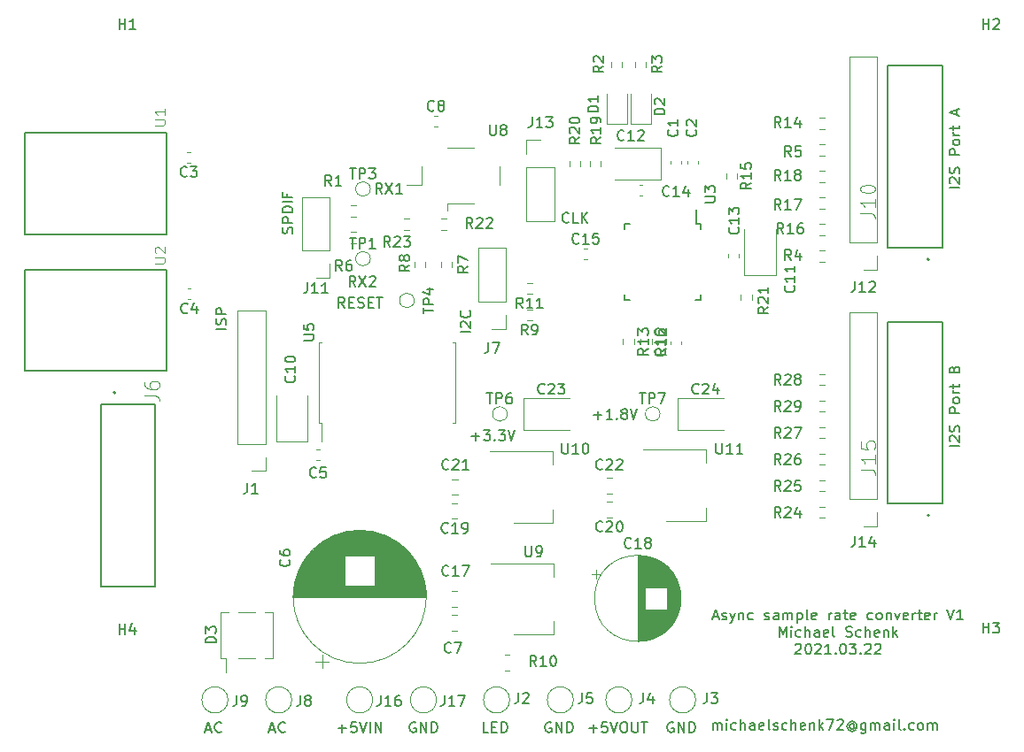
<source format=gbr>
G04 #@! TF.GenerationSoftware,KiCad,Pcbnew,(5.1.9-0-10_14)*
G04 #@! TF.CreationDate,2021-03-22T16:22:46+01:00*
G04 #@! TF.ProjectId,dac,6461632e-6b69-4636-9164-5f7063625858,rev?*
G04 #@! TF.SameCoordinates,Original*
G04 #@! TF.FileFunction,Legend,Top*
G04 #@! TF.FilePolarity,Positive*
%FSLAX46Y46*%
G04 Gerber Fmt 4.6, Leading zero omitted, Abs format (unit mm)*
G04 Created by KiCad (PCBNEW (5.1.9-0-10_14)) date 2021-03-22 16:22:46*
%MOMM*%
%LPD*%
G01*
G04 APERTURE LIST*
%ADD10C,0.150000*%
%ADD11C,0.127000*%
%ADD12C,0.120000*%
%ADD13C,0.200000*%
%ADD14C,0.015000*%
G04 APERTURE END LIST*
D10*
X135501142Y-82494380D02*
X135167809Y-82018190D01*
X134929714Y-82494380D02*
X134929714Y-81494380D01*
X135310666Y-81494380D01*
X135405904Y-81542000D01*
X135453523Y-81589619D01*
X135501142Y-81684857D01*
X135501142Y-81827714D01*
X135453523Y-81922952D01*
X135405904Y-81970571D01*
X135310666Y-82018190D01*
X134929714Y-82018190D01*
X135834476Y-81494380D02*
X136501142Y-82494380D01*
X136501142Y-81494380D02*
X135834476Y-82494380D01*
X136834476Y-81589619D02*
X136882095Y-81542000D01*
X136977333Y-81494380D01*
X137215428Y-81494380D01*
X137310666Y-81542000D01*
X137358285Y-81589619D01*
X137405904Y-81684857D01*
X137405904Y-81780095D01*
X137358285Y-81922952D01*
X136786857Y-82494380D01*
X137405904Y-82494380D01*
X138041142Y-73604380D02*
X137707809Y-73128190D01*
X137469714Y-73604380D02*
X137469714Y-72604380D01*
X137850666Y-72604380D01*
X137945904Y-72652000D01*
X137993523Y-72699619D01*
X138041142Y-72794857D01*
X138041142Y-72937714D01*
X137993523Y-73032952D01*
X137945904Y-73080571D01*
X137850666Y-73128190D01*
X137469714Y-73128190D01*
X138374476Y-72604380D02*
X139041142Y-73604380D01*
X139041142Y-72604380D02*
X138374476Y-73604380D01*
X139945904Y-73604380D02*
X139374476Y-73604380D01*
X139660190Y-73604380D02*
X139660190Y-72604380D01*
X139564952Y-72747238D01*
X139469714Y-72842476D01*
X139374476Y-72890095D01*
X134437619Y-84526380D02*
X134104285Y-84050190D01*
X133866190Y-84526380D02*
X133866190Y-83526380D01*
X134247142Y-83526380D01*
X134342380Y-83574000D01*
X134390000Y-83621619D01*
X134437619Y-83716857D01*
X134437619Y-83859714D01*
X134390000Y-83954952D01*
X134342380Y-84002571D01*
X134247142Y-84050190D01*
X133866190Y-84050190D01*
X134866190Y-84002571D02*
X135199523Y-84002571D01*
X135342380Y-84526380D02*
X134866190Y-84526380D01*
X134866190Y-83526380D01*
X135342380Y-83526380D01*
X135723333Y-84478761D02*
X135866190Y-84526380D01*
X136104285Y-84526380D01*
X136199523Y-84478761D01*
X136247142Y-84431142D01*
X136294761Y-84335904D01*
X136294761Y-84240666D01*
X136247142Y-84145428D01*
X136199523Y-84097809D01*
X136104285Y-84050190D01*
X135913809Y-84002571D01*
X135818571Y-83954952D01*
X135770952Y-83907333D01*
X135723333Y-83812095D01*
X135723333Y-83716857D01*
X135770952Y-83621619D01*
X135818571Y-83574000D01*
X135913809Y-83526380D01*
X136151904Y-83526380D01*
X136294761Y-83574000D01*
X136723333Y-84002571D02*
X137056666Y-84002571D01*
X137199523Y-84526380D02*
X136723333Y-84526380D01*
X136723333Y-83526380D01*
X137199523Y-83526380D01*
X137485238Y-83526380D02*
X138056666Y-83526380D01*
X137770952Y-84526380D02*
X137770952Y-83526380D01*
X146590000Y-96845428D02*
X147351904Y-96845428D01*
X146970952Y-97226380D02*
X146970952Y-96464476D01*
X147732857Y-96226380D02*
X148351904Y-96226380D01*
X148018571Y-96607333D01*
X148161428Y-96607333D01*
X148256666Y-96654952D01*
X148304285Y-96702571D01*
X148351904Y-96797809D01*
X148351904Y-97035904D01*
X148304285Y-97131142D01*
X148256666Y-97178761D01*
X148161428Y-97226380D01*
X147875714Y-97226380D01*
X147780476Y-97178761D01*
X147732857Y-97131142D01*
X148780476Y-97131142D02*
X148828095Y-97178761D01*
X148780476Y-97226380D01*
X148732857Y-97178761D01*
X148780476Y-97131142D01*
X148780476Y-97226380D01*
X149161428Y-96226380D02*
X149780476Y-96226380D01*
X149447142Y-96607333D01*
X149590000Y-96607333D01*
X149685238Y-96654952D01*
X149732857Y-96702571D01*
X149780476Y-96797809D01*
X149780476Y-97035904D01*
X149732857Y-97131142D01*
X149685238Y-97178761D01*
X149590000Y-97226380D01*
X149304285Y-97226380D01*
X149209047Y-97178761D01*
X149161428Y-97131142D01*
X150066190Y-96226380D02*
X150399523Y-97226380D01*
X150732857Y-96226380D01*
X158274000Y-94813428D02*
X159035904Y-94813428D01*
X158654952Y-95194380D02*
X158654952Y-94432476D01*
X160035904Y-95194380D02*
X159464476Y-95194380D01*
X159750190Y-95194380D02*
X159750190Y-94194380D01*
X159654952Y-94337238D01*
X159559714Y-94432476D01*
X159464476Y-94480095D01*
X160464476Y-95099142D02*
X160512095Y-95146761D01*
X160464476Y-95194380D01*
X160416857Y-95146761D01*
X160464476Y-95099142D01*
X160464476Y-95194380D01*
X161083523Y-94622952D02*
X160988285Y-94575333D01*
X160940666Y-94527714D01*
X160893047Y-94432476D01*
X160893047Y-94384857D01*
X160940666Y-94289619D01*
X160988285Y-94242000D01*
X161083523Y-94194380D01*
X161274000Y-94194380D01*
X161369238Y-94242000D01*
X161416857Y-94289619D01*
X161464476Y-94384857D01*
X161464476Y-94432476D01*
X161416857Y-94527714D01*
X161369238Y-94575333D01*
X161274000Y-94622952D01*
X161083523Y-94622952D01*
X160988285Y-94670571D01*
X160940666Y-94718190D01*
X160893047Y-94813428D01*
X160893047Y-95003904D01*
X160940666Y-95099142D01*
X160988285Y-95146761D01*
X161083523Y-95194380D01*
X161274000Y-95194380D01*
X161369238Y-95146761D01*
X161416857Y-95099142D01*
X161464476Y-95003904D01*
X161464476Y-94813428D01*
X161416857Y-94718190D01*
X161369238Y-94670571D01*
X161274000Y-94622952D01*
X161750190Y-94194380D02*
X162083523Y-95194380D01*
X162416857Y-94194380D01*
X155868761Y-76303142D02*
X155821142Y-76350761D01*
X155678285Y-76398380D01*
X155583047Y-76398380D01*
X155440190Y-76350761D01*
X155344952Y-76255523D01*
X155297333Y-76160285D01*
X155249714Y-75969809D01*
X155249714Y-75826952D01*
X155297333Y-75636476D01*
X155344952Y-75541238D01*
X155440190Y-75446000D01*
X155583047Y-75398380D01*
X155678285Y-75398380D01*
X155821142Y-75446000D01*
X155868761Y-75493619D01*
X156773523Y-76398380D02*
X156297333Y-76398380D01*
X156297333Y-75398380D01*
X157106857Y-76398380D02*
X157106857Y-75398380D01*
X157678285Y-76398380D02*
X157249714Y-75826952D01*
X157678285Y-75398380D02*
X157106857Y-75969809D01*
X146502380Y-86828190D02*
X145502380Y-86828190D01*
X145597619Y-86399619D02*
X145550000Y-86352000D01*
X145502380Y-86256761D01*
X145502380Y-86018666D01*
X145550000Y-85923428D01*
X145597619Y-85875809D01*
X145692857Y-85828190D01*
X145788095Y-85828190D01*
X145930952Y-85875809D01*
X146502380Y-86447238D01*
X146502380Y-85828190D01*
X146407142Y-84828190D02*
X146454761Y-84875809D01*
X146502380Y-85018666D01*
X146502380Y-85113904D01*
X146454761Y-85256761D01*
X146359523Y-85352000D01*
X146264285Y-85399619D01*
X146073809Y-85447238D01*
X145930952Y-85447238D01*
X145740476Y-85399619D01*
X145645238Y-85352000D01*
X145550000Y-85256761D01*
X145502380Y-85113904D01*
X145502380Y-85018666D01*
X145550000Y-84875809D01*
X145597619Y-84828190D01*
X129436761Y-77390380D02*
X129484380Y-77247523D01*
X129484380Y-77009428D01*
X129436761Y-76914190D01*
X129389142Y-76866571D01*
X129293904Y-76818952D01*
X129198666Y-76818952D01*
X129103428Y-76866571D01*
X129055809Y-76914190D01*
X129008190Y-77009428D01*
X128960571Y-77199904D01*
X128912952Y-77295142D01*
X128865333Y-77342761D01*
X128770095Y-77390380D01*
X128674857Y-77390380D01*
X128579619Y-77342761D01*
X128532000Y-77295142D01*
X128484380Y-77199904D01*
X128484380Y-76961809D01*
X128532000Y-76818952D01*
X129484380Y-76390380D02*
X128484380Y-76390380D01*
X128484380Y-76009428D01*
X128532000Y-75914190D01*
X128579619Y-75866571D01*
X128674857Y-75818952D01*
X128817714Y-75818952D01*
X128912952Y-75866571D01*
X128960571Y-75914190D01*
X129008190Y-76009428D01*
X129008190Y-76390380D01*
X129484380Y-75390380D02*
X128484380Y-75390380D01*
X128484380Y-75152285D01*
X128532000Y-75009428D01*
X128627238Y-74914190D01*
X128722476Y-74866571D01*
X128912952Y-74818952D01*
X129055809Y-74818952D01*
X129246285Y-74866571D01*
X129341523Y-74914190D01*
X129436761Y-75009428D01*
X129484380Y-75152285D01*
X129484380Y-75390380D01*
X129484380Y-74390380D02*
X128484380Y-74390380D01*
X128960571Y-73580857D02*
X128960571Y-73914190D01*
X129484380Y-73914190D02*
X128484380Y-73914190D01*
X128484380Y-73438000D01*
X123134380Y-86574190D02*
X122134380Y-86574190D01*
X123086761Y-86145619D02*
X123134380Y-86002761D01*
X123134380Y-85764666D01*
X123086761Y-85669428D01*
X123039142Y-85621809D01*
X122943904Y-85574190D01*
X122848666Y-85574190D01*
X122753428Y-85621809D01*
X122705809Y-85669428D01*
X122658190Y-85764666D01*
X122610571Y-85955142D01*
X122562952Y-86050380D01*
X122515333Y-86098000D01*
X122420095Y-86145619D01*
X122324857Y-86145619D01*
X122229619Y-86098000D01*
X122182000Y-86050380D01*
X122134380Y-85955142D01*
X122134380Y-85717047D01*
X122182000Y-85574190D01*
X123134380Y-85145619D02*
X122134380Y-85145619D01*
X122134380Y-84764666D01*
X122182000Y-84669428D01*
X122229619Y-84621809D01*
X122324857Y-84574190D01*
X122467714Y-84574190D01*
X122562952Y-84621809D01*
X122610571Y-84669428D01*
X122658190Y-84764666D01*
X122658190Y-85145619D01*
X193238380Y-97741904D02*
X192238380Y-97741904D01*
X192333619Y-97313333D02*
X192286000Y-97265714D01*
X192238380Y-97170476D01*
X192238380Y-96932380D01*
X192286000Y-96837142D01*
X192333619Y-96789523D01*
X192428857Y-96741904D01*
X192524095Y-96741904D01*
X192666952Y-96789523D01*
X193238380Y-97360952D01*
X193238380Y-96741904D01*
X193190761Y-96360952D02*
X193238380Y-96218095D01*
X193238380Y-95980000D01*
X193190761Y-95884761D01*
X193143142Y-95837142D01*
X193047904Y-95789523D01*
X192952666Y-95789523D01*
X192857428Y-95837142D01*
X192809809Y-95884761D01*
X192762190Y-95980000D01*
X192714571Y-96170476D01*
X192666952Y-96265714D01*
X192619333Y-96313333D01*
X192524095Y-96360952D01*
X192428857Y-96360952D01*
X192333619Y-96313333D01*
X192286000Y-96265714D01*
X192238380Y-96170476D01*
X192238380Y-95932380D01*
X192286000Y-95789523D01*
X193238380Y-94599047D02*
X192238380Y-94599047D01*
X192238380Y-94218095D01*
X192286000Y-94122857D01*
X192333619Y-94075238D01*
X192428857Y-94027619D01*
X192571714Y-94027619D01*
X192666952Y-94075238D01*
X192714571Y-94122857D01*
X192762190Y-94218095D01*
X192762190Y-94599047D01*
X193238380Y-93456190D02*
X193190761Y-93551428D01*
X193143142Y-93599047D01*
X193047904Y-93646666D01*
X192762190Y-93646666D01*
X192666952Y-93599047D01*
X192619333Y-93551428D01*
X192571714Y-93456190D01*
X192571714Y-93313333D01*
X192619333Y-93218095D01*
X192666952Y-93170476D01*
X192762190Y-93122857D01*
X193047904Y-93122857D01*
X193143142Y-93170476D01*
X193190761Y-93218095D01*
X193238380Y-93313333D01*
X193238380Y-93456190D01*
X193238380Y-92694285D02*
X192571714Y-92694285D01*
X192762190Y-92694285D02*
X192666952Y-92646666D01*
X192619333Y-92599047D01*
X192571714Y-92503809D01*
X192571714Y-92408571D01*
X192571714Y-92218095D02*
X192571714Y-91837142D01*
X192238380Y-92075238D02*
X193095523Y-92075238D01*
X193190761Y-92027619D01*
X193238380Y-91932380D01*
X193238380Y-91837142D01*
X192714571Y-90408571D02*
X192762190Y-90265714D01*
X192809809Y-90218095D01*
X192905047Y-90170476D01*
X193047904Y-90170476D01*
X193143142Y-90218095D01*
X193190761Y-90265714D01*
X193238380Y-90360952D01*
X193238380Y-90741904D01*
X192238380Y-90741904D01*
X192238380Y-90408571D01*
X192286000Y-90313333D01*
X192333619Y-90265714D01*
X192428857Y-90218095D01*
X192524095Y-90218095D01*
X192619333Y-90265714D01*
X192666952Y-90313333D01*
X192714571Y-90408571D01*
X192714571Y-90741904D01*
X193238380Y-73032476D02*
X192238380Y-73032476D01*
X192333619Y-72603904D02*
X192286000Y-72556285D01*
X192238380Y-72461047D01*
X192238380Y-72222952D01*
X192286000Y-72127714D01*
X192333619Y-72080095D01*
X192428857Y-72032476D01*
X192524095Y-72032476D01*
X192666952Y-72080095D01*
X193238380Y-72651523D01*
X193238380Y-72032476D01*
X193190761Y-71651523D02*
X193238380Y-71508666D01*
X193238380Y-71270571D01*
X193190761Y-71175333D01*
X193143142Y-71127714D01*
X193047904Y-71080095D01*
X192952666Y-71080095D01*
X192857428Y-71127714D01*
X192809809Y-71175333D01*
X192762190Y-71270571D01*
X192714571Y-71461047D01*
X192666952Y-71556285D01*
X192619333Y-71603904D01*
X192524095Y-71651523D01*
X192428857Y-71651523D01*
X192333619Y-71603904D01*
X192286000Y-71556285D01*
X192238380Y-71461047D01*
X192238380Y-71222952D01*
X192286000Y-71080095D01*
X193238380Y-69889619D02*
X192238380Y-69889619D01*
X192238380Y-69508666D01*
X192286000Y-69413428D01*
X192333619Y-69365809D01*
X192428857Y-69318190D01*
X192571714Y-69318190D01*
X192666952Y-69365809D01*
X192714571Y-69413428D01*
X192762190Y-69508666D01*
X192762190Y-69889619D01*
X193238380Y-68746761D02*
X193190761Y-68842000D01*
X193143142Y-68889619D01*
X193047904Y-68937238D01*
X192762190Y-68937238D01*
X192666952Y-68889619D01*
X192619333Y-68842000D01*
X192571714Y-68746761D01*
X192571714Y-68603904D01*
X192619333Y-68508666D01*
X192666952Y-68461047D01*
X192762190Y-68413428D01*
X193047904Y-68413428D01*
X193143142Y-68461047D01*
X193190761Y-68508666D01*
X193238380Y-68603904D01*
X193238380Y-68746761D01*
X193238380Y-67984857D02*
X192571714Y-67984857D01*
X192762190Y-67984857D02*
X192666952Y-67937238D01*
X192619333Y-67889619D01*
X192571714Y-67794380D01*
X192571714Y-67699142D01*
X192571714Y-67508666D02*
X192571714Y-67127714D01*
X192238380Y-67365809D02*
X193095523Y-67365809D01*
X193190761Y-67318190D01*
X193238380Y-67222952D01*
X193238380Y-67127714D01*
X192952666Y-66080095D02*
X192952666Y-65603904D01*
X193238380Y-66175333D02*
X192238380Y-65842000D01*
X193238380Y-65508666D01*
X157813714Y-124785428D02*
X158575619Y-124785428D01*
X158194666Y-125166380D02*
X158194666Y-124404476D01*
X159528000Y-124166380D02*
X159051809Y-124166380D01*
X159004190Y-124642571D01*
X159051809Y-124594952D01*
X159147047Y-124547333D01*
X159385142Y-124547333D01*
X159480380Y-124594952D01*
X159528000Y-124642571D01*
X159575619Y-124737809D01*
X159575619Y-124975904D01*
X159528000Y-125071142D01*
X159480380Y-125118761D01*
X159385142Y-125166380D01*
X159147047Y-125166380D01*
X159051809Y-125118761D01*
X159004190Y-125071142D01*
X159861333Y-124166380D02*
X160194666Y-125166380D01*
X160528000Y-124166380D01*
X161051809Y-124166380D02*
X161242285Y-124166380D01*
X161337523Y-124214000D01*
X161432761Y-124309238D01*
X161480380Y-124499714D01*
X161480380Y-124833047D01*
X161432761Y-125023523D01*
X161337523Y-125118761D01*
X161242285Y-125166380D01*
X161051809Y-125166380D01*
X160956571Y-125118761D01*
X160861333Y-125023523D01*
X160813714Y-124833047D01*
X160813714Y-124499714D01*
X160861333Y-124309238D01*
X160956571Y-124214000D01*
X161051809Y-124166380D01*
X161908952Y-124166380D02*
X161908952Y-124975904D01*
X161956571Y-125071142D01*
X162004190Y-125118761D01*
X162099428Y-125166380D01*
X162289904Y-125166380D01*
X162385142Y-125118761D01*
X162432761Y-125071142D01*
X162480380Y-124975904D01*
X162480380Y-124166380D01*
X162813714Y-124166380D02*
X163385142Y-124166380D01*
X163099428Y-125166380D02*
X163099428Y-124166380D01*
X148201142Y-125166380D02*
X147724952Y-125166380D01*
X147724952Y-124166380D01*
X148534476Y-124642571D02*
X148867809Y-124642571D01*
X149010666Y-125166380D02*
X148534476Y-125166380D01*
X148534476Y-124166380D01*
X149010666Y-124166380D01*
X149439238Y-125166380D02*
X149439238Y-124166380D01*
X149677333Y-124166380D01*
X149820190Y-124214000D01*
X149915428Y-124309238D01*
X149963047Y-124404476D01*
X150010666Y-124594952D01*
X150010666Y-124737809D01*
X149963047Y-124928285D01*
X149915428Y-125023523D01*
X149820190Y-125118761D01*
X149677333Y-125166380D01*
X149439238Y-125166380D01*
X133842380Y-124785428D02*
X134604285Y-124785428D01*
X134223333Y-125166380D02*
X134223333Y-124404476D01*
X135556666Y-124166380D02*
X135080476Y-124166380D01*
X135032857Y-124642571D01*
X135080476Y-124594952D01*
X135175714Y-124547333D01*
X135413809Y-124547333D01*
X135509047Y-124594952D01*
X135556666Y-124642571D01*
X135604285Y-124737809D01*
X135604285Y-124975904D01*
X135556666Y-125071142D01*
X135509047Y-125118761D01*
X135413809Y-125166380D01*
X135175714Y-125166380D01*
X135080476Y-125118761D01*
X135032857Y-125071142D01*
X135890000Y-124166380D02*
X136223333Y-125166380D01*
X136556666Y-124166380D01*
X136890000Y-125166380D02*
X136890000Y-124166380D01*
X137366190Y-125166380D02*
X137366190Y-124166380D01*
X137937619Y-125166380D01*
X137937619Y-124166380D01*
X165862095Y-124214000D02*
X165766857Y-124166380D01*
X165624000Y-124166380D01*
X165481142Y-124214000D01*
X165385904Y-124309238D01*
X165338285Y-124404476D01*
X165290666Y-124594952D01*
X165290666Y-124737809D01*
X165338285Y-124928285D01*
X165385904Y-125023523D01*
X165481142Y-125118761D01*
X165624000Y-125166380D01*
X165719238Y-125166380D01*
X165862095Y-125118761D01*
X165909714Y-125071142D01*
X165909714Y-124737809D01*
X165719238Y-124737809D01*
X166338285Y-125166380D02*
X166338285Y-124166380D01*
X166909714Y-125166380D01*
X166909714Y-124166380D01*
X167385904Y-125166380D02*
X167385904Y-124166380D01*
X167624000Y-124166380D01*
X167766857Y-124214000D01*
X167862095Y-124309238D01*
X167909714Y-124404476D01*
X167957333Y-124594952D01*
X167957333Y-124737809D01*
X167909714Y-124928285D01*
X167862095Y-125023523D01*
X167766857Y-125118761D01*
X167624000Y-125166380D01*
X167385904Y-125166380D01*
X154178095Y-124214000D02*
X154082857Y-124166380D01*
X153940000Y-124166380D01*
X153797142Y-124214000D01*
X153701904Y-124309238D01*
X153654285Y-124404476D01*
X153606666Y-124594952D01*
X153606666Y-124737809D01*
X153654285Y-124928285D01*
X153701904Y-125023523D01*
X153797142Y-125118761D01*
X153940000Y-125166380D01*
X154035238Y-125166380D01*
X154178095Y-125118761D01*
X154225714Y-125071142D01*
X154225714Y-124737809D01*
X154035238Y-124737809D01*
X154654285Y-125166380D02*
X154654285Y-124166380D01*
X155225714Y-125166380D01*
X155225714Y-124166380D01*
X155701904Y-125166380D02*
X155701904Y-124166380D01*
X155940000Y-124166380D01*
X156082857Y-124214000D01*
X156178095Y-124309238D01*
X156225714Y-124404476D01*
X156273333Y-124594952D01*
X156273333Y-124737809D01*
X156225714Y-124928285D01*
X156178095Y-125023523D01*
X156082857Y-125118761D01*
X155940000Y-125166380D01*
X155701904Y-125166380D01*
X141224095Y-124214000D02*
X141128857Y-124166380D01*
X140986000Y-124166380D01*
X140843142Y-124214000D01*
X140747904Y-124309238D01*
X140700285Y-124404476D01*
X140652666Y-124594952D01*
X140652666Y-124737809D01*
X140700285Y-124928285D01*
X140747904Y-125023523D01*
X140843142Y-125118761D01*
X140986000Y-125166380D01*
X141081238Y-125166380D01*
X141224095Y-125118761D01*
X141271714Y-125071142D01*
X141271714Y-124737809D01*
X141081238Y-124737809D01*
X141700285Y-125166380D02*
X141700285Y-124166380D01*
X142271714Y-125166380D01*
X142271714Y-124166380D01*
X142747904Y-125166380D02*
X142747904Y-124166380D01*
X142986000Y-124166380D01*
X143128857Y-124214000D01*
X143224095Y-124309238D01*
X143271714Y-124404476D01*
X143319333Y-124594952D01*
X143319333Y-124737809D01*
X143271714Y-124928285D01*
X143224095Y-125023523D01*
X143128857Y-125118761D01*
X142986000Y-125166380D01*
X142747904Y-125166380D01*
X127277904Y-124880666D02*
X127754095Y-124880666D01*
X127182666Y-125166380D02*
X127516000Y-124166380D01*
X127849333Y-125166380D01*
X128754095Y-125071142D02*
X128706476Y-125118761D01*
X128563619Y-125166380D01*
X128468380Y-125166380D01*
X128325523Y-125118761D01*
X128230285Y-125023523D01*
X128182666Y-124928285D01*
X128135047Y-124737809D01*
X128135047Y-124594952D01*
X128182666Y-124404476D01*
X128230285Y-124309238D01*
X128325523Y-124214000D01*
X128468380Y-124166380D01*
X128563619Y-124166380D01*
X128706476Y-124214000D01*
X128754095Y-124261619D01*
X121181904Y-124880666D02*
X121658095Y-124880666D01*
X121086666Y-125166380D02*
X121420000Y-124166380D01*
X121753333Y-125166380D01*
X122658095Y-125071142D02*
X122610476Y-125118761D01*
X122467619Y-125166380D01*
X122372380Y-125166380D01*
X122229523Y-125118761D01*
X122134285Y-125023523D01*
X122086666Y-124928285D01*
X122039047Y-124737809D01*
X122039047Y-124594952D01*
X122086666Y-124404476D01*
X122134285Y-124309238D01*
X122229523Y-124214000D01*
X122372380Y-124166380D01*
X122467619Y-124166380D01*
X122610476Y-124214000D01*
X122658095Y-124261619D01*
X169625714Y-124912380D02*
X169625714Y-124245714D01*
X169625714Y-124340952D02*
X169673333Y-124293333D01*
X169768571Y-124245714D01*
X169911428Y-124245714D01*
X170006666Y-124293333D01*
X170054285Y-124388571D01*
X170054285Y-124912380D01*
X170054285Y-124388571D02*
X170101904Y-124293333D01*
X170197142Y-124245714D01*
X170340000Y-124245714D01*
X170435238Y-124293333D01*
X170482857Y-124388571D01*
X170482857Y-124912380D01*
X170959047Y-124912380D02*
X170959047Y-124245714D01*
X170959047Y-123912380D02*
X170911428Y-123960000D01*
X170959047Y-124007619D01*
X171006666Y-123960000D01*
X170959047Y-123912380D01*
X170959047Y-124007619D01*
X171863809Y-124864761D02*
X171768571Y-124912380D01*
X171578095Y-124912380D01*
X171482857Y-124864761D01*
X171435238Y-124817142D01*
X171387619Y-124721904D01*
X171387619Y-124436190D01*
X171435238Y-124340952D01*
X171482857Y-124293333D01*
X171578095Y-124245714D01*
X171768571Y-124245714D01*
X171863809Y-124293333D01*
X172292380Y-124912380D02*
X172292380Y-123912380D01*
X172720952Y-124912380D02*
X172720952Y-124388571D01*
X172673333Y-124293333D01*
X172578095Y-124245714D01*
X172435238Y-124245714D01*
X172340000Y-124293333D01*
X172292380Y-124340952D01*
X173625714Y-124912380D02*
X173625714Y-124388571D01*
X173578095Y-124293333D01*
X173482857Y-124245714D01*
X173292380Y-124245714D01*
X173197142Y-124293333D01*
X173625714Y-124864761D02*
X173530476Y-124912380D01*
X173292380Y-124912380D01*
X173197142Y-124864761D01*
X173149523Y-124769523D01*
X173149523Y-124674285D01*
X173197142Y-124579047D01*
X173292380Y-124531428D01*
X173530476Y-124531428D01*
X173625714Y-124483809D01*
X174482857Y-124864761D02*
X174387619Y-124912380D01*
X174197142Y-124912380D01*
X174101904Y-124864761D01*
X174054285Y-124769523D01*
X174054285Y-124388571D01*
X174101904Y-124293333D01*
X174197142Y-124245714D01*
X174387619Y-124245714D01*
X174482857Y-124293333D01*
X174530476Y-124388571D01*
X174530476Y-124483809D01*
X174054285Y-124579047D01*
X175101904Y-124912380D02*
X175006666Y-124864761D01*
X174959047Y-124769523D01*
X174959047Y-123912380D01*
X175435238Y-124864761D02*
X175530476Y-124912380D01*
X175720952Y-124912380D01*
X175816190Y-124864761D01*
X175863809Y-124769523D01*
X175863809Y-124721904D01*
X175816190Y-124626666D01*
X175720952Y-124579047D01*
X175578095Y-124579047D01*
X175482857Y-124531428D01*
X175435238Y-124436190D01*
X175435238Y-124388571D01*
X175482857Y-124293333D01*
X175578095Y-124245714D01*
X175720952Y-124245714D01*
X175816190Y-124293333D01*
X176720952Y-124864761D02*
X176625714Y-124912380D01*
X176435238Y-124912380D01*
X176340000Y-124864761D01*
X176292380Y-124817142D01*
X176244761Y-124721904D01*
X176244761Y-124436190D01*
X176292380Y-124340952D01*
X176340000Y-124293333D01*
X176435238Y-124245714D01*
X176625714Y-124245714D01*
X176720952Y-124293333D01*
X177149523Y-124912380D02*
X177149523Y-123912380D01*
X177578095Y-124912380D02*
X177578095Y-124388571D01*
X177530476Y-124293333D01*
X177435238Y-124245714D01*
X177292380Y-124245714D01*
X177197142Y-124293333D01*
X177149523Y-124340952D01*
X178435238Y-124864761D02*
X178340000Y-124912380D01*
X178149523Y-124912380D01*
X178054285Y-124864761D01*
X178006666Y-124769523D01*
X178006666Y-124388571D01*
X178054285Y-124293333D01*
X178149523Y-124245714D01*
X178340000Y-124245714D01*
X178435238Y-124293333D01*
X178482857Y-124388571D01*
X178482857Y-124483809D01*
X178006666Y-124579047D01*
X178911428Y-124245714D02*
X178911428Y-124912380D01*
X178911428Y-124340952D02*
X178959047Y-124293333D01*
X179054285Y-124245714D01*
X179197142Y-124245714D01*
X179292380Y-124293333D01*
X179340000Y-124388571D01*
X179340000Y-124912380D01*
X179816190Y-124912380D02*
X179816190Y-123912380D01*
X179911428Y-124531428D02*
X180197142Y-124912380D01*
X180197142Y-124245714D02*
X179816190Y-124626666D01*
X180530476Y-123912380D02*
X181197142Y-123912380D01*
X180768571Y-124912380D01*
X181530476Y-124007619D02*
X181578095Y-123960000D01*
X181673333Y-123912380D01*
X181911428Y-123912380D01*
X182006666Y-123960000D01*
X182054285Y-124007619D01*
X182101904Y-124102857D01*
X182101904Y-124198095D01*
X182054285Y-124340952D01*
X181482857Y-124912380D01*
X182101904Y-124912380D01*
X183149523Y-124436190D02*
X183101904Y-124388571D01*
X183006666Y-124340952D01*
X182911428Y-124340952D01*
X182816190Y-124388571D01*
X182768571Y-124436190D01*
X182720952Y-124531428D01*
X182720952Y-124626666D01*
X182768571Y-124721904D01*
X182816190Y-124769523D01*
X182911428Y-124817142D01*
X183006666Y-124817142D01*
X183101904Y-124769523D01*
X183149523Y-124721904D01*
X183149523Y-124340952D02*
X183149523Y-124721904D01*
X183197142Y-124769523D01*
X183244761Y-124769523D01*
X183340000Y-124721904D01*
X183387619Y-124626666D01*
X183387619Y-124388571D01*
X183292380Y-124245714D01*
X183149523Y-124150476D01*
X182959047Y-124102857D01*
X182768571Y-124150476D01*
X182625714Y-124245714D01*
X182530476Y-124388571D01*
X182482857Y-124579047D01*
X182530476Y-124769523D01*
X182625714Y-124912380D01*
X182768571Y-125007619D01*
X182959047Y-125055238D01*
X183149523Y-125007619D01*
X183292380Y-124912380D01*
X184244761Y-124245714D02*
X184244761Y-125055238D01*
X184197142Y-125150476D01*
X184149523Y-125198095D01*
X184054285Y-125245714D01*
X183911428Y-125245714D01*
X183816190Y-125198095D01*
X184244761Y-124864761D02*
X184149523Y-124912380D01*
X183959047Y-124912380D01*
X183863809Y-124864761D01*
X183816190Y-124817142D01*
X183768571Y-124721904D01*
X183768571Y-124436190D01*
X183816190Y-124340952D01*
X183863809Y-124293333D01*
X183959047Y-124245714D01*
X184149523Y-124245714D01*
X184244761Y-124293333D01*
X184720952Y-124912380D02*
X184720952Y-124245714D01*
X184720952Y-124340952D02*
X184768571Y-124293333D01*
X184863809Y-124245714D01*
X185006666Y-124245714D01*
X185101904Y-124293333D01*
X185149523Y-124388571D01*
X185149523Y-124912380D01*
X185149523Y-124388571D02*
X185197142Y-124293333D01*
X185292380Y-124245714D01*
X185435238Y-124245714D01*
X185530476Y-124293333D01*
X185578095Y-124388571D01*
X185578095Y-124912380D01*
X186482857Y-124912380D02*
X186482857Y-124388571D01*
X186435238Y-124293333D01*
X186340000Y-124245714D01*
X186149523Y-124245714D01*
X186054285Y-124293333D01*
X186482857Y-124864761D02*
X186387619Y-124912380D01*
X186149523Y-124912380D01*
X186054285Y-124864761D01*
X186006666Y-124769523D01*
X186006666Y-124674285D01*
X186054285Y-124579047D01*
X186149523Y-124531428D01*
X186387619Y-124531428D01*
X186482857Y-124483809D01*
X186959047Y-124912380D02*
X186959047Y-124245714D01*
X186959047Y-123912380D02*
X186911428Y-123960000D01*
X186959047Y-124007619D01*
X187006666Y-123960000D01*
X186959047Y-123912380D01*
X186959047Y-124007619D01*
X187578095Y-124912380D02*
X187482857Y-124864761D01*
X187435238Y-124769523D01*
X187435238Y-123912380D01*
X187959047Y-124817142D02*
X188006666Y-124864761D01*
X187959047Y-124912380D01*
X187911428Y-124864761D01*
X187959047Y-124817142D01*
X187959047Y-124912380D01*
X188863809Y-124864761D02*
X188768571Y-124912380D01*
X188578095Y-124912380D01*
X188482857Y-124864761D01*
X188435238Y-124817142D01*
X188387619Y-124721904D01*
X188387619Y-124436190D01*
X188435238Y-124340952D01*
X188482857Y-124293333D01*
X188578095Y-124245714D01*
X188768571Y-124245714D01*
X188863809Y-124293333D01*
X189435238Y-124912380D02*
X189340000Y-124864761D01*
X189292380Y-124817142D01*
X189244761Y-124721904D01*
X189244761Y-124436190D01*
X189292380Y-124340952D01*
X189340000Y-124293333D01*
X189435238Y-124245714D01*
X189578095Y-124245714D01*
X189673333Y-124293333D01*
X189720952Y-124340952D01*
X189768571Y-124436190D01*
X189768571Y-124721904D01*
X189720952Y-124817142D01*
X189673333Y-124864761D01*
X189578095Y-124912380D01*
X189435238Y-124912380D01*
X190197142Y-124912380D02*
X190197142Y-124245714D01*
X190197142Y-124340952D02*
X190244761Y-124293333D01*
X190340000Y-124245714D01*
X190482857Y-124245714D01*
X190578095Y-124293333D01*
X190625714Y-124388571D01*
X190625714Y-124912380D01*
X190625714Y-124388571D02*
X190673333Y-124293333D01*
X190768571Y-124245714D01*
X190911428Y-124245714D01*
X191006666Y-124293333D01*
X191054285Y-124388571D01*
X191054285Y-124912380D01*
X169657619Y-114086666D02*
X170133809Y-114086666D01*
X169562380Y-114372380D02*
X169895714Y-113372380D01*
X170229047Y-114372380D01*
X170514761Y-114324761D02*
X170610000Y-114372380D01*
X170800476Y-114372380D01*
X170895714Y-114324761D01*
X170943333Y-114229523D01*
X170943333Y-114181904D01*
X170895714Y-114086666D01*
X170800476Y-114039047D01*
X170657619Y-114039047D01*
X170562380Y-113991428D01*
X170514761Y-113896190D01*
X170514761Y-113848571D01*
X170562380Y-113753333D01*
X170657619Y-113705714D01*
X170800476Y-113705714D01*
X170895714Y-113753333D01*
X171276666Y-113705714D02*
X171514761Y-114372380D01*
X171752857Y-113705714D02*
X171514761Y-114372380D01*
X171419523Y-114610476D01*
X171371904Y-114658095D01*
X171276666Y-114705714D01*
X172133809Y-113705714D02*
X172133809Y-114372380D01*
X172133809Y-113800952D02*
X172181428Y-113753333D01*
X172276666Y-113705714D01*
X172419523Y-113705714D01*
X172514761Y-113753333D01*
X172562380Y-113848571D01*
X172562380Y-114372380D01*
X173467142Y-114324761D02*
X173371904Y-114372380D01*
X173181428Y-114372380D01*
X173086190Y-114324761D01*
X173038571Y-114277142D01*
X172990952Y-114181904D01*
X172990952Y-113896190D01*
X173038571Y-113800952D01*
X173086190Y-113753333D01*
X173181428Y-113705714D01*
X173371904Y-113705714D01*
X173467142Y-113753333D01*
X174610000Y-114324761D02*
X174705238Y-114372380D01*
X174895714Y-114372380D01*
X174990952Y-114324761D01*
X175038571Y-114229523D01*
X175038571Y-114181904D01*
X174990952Y-114086666D01*
X174895714Y-114039047D01*
X174752857Y-114039047D01*
X174657619Y-113991428D01*
X174610000Y-113896190D01*
X174610000Y-113848571D01*
X174657619Y-113753333D01*
X174752857Y-113705714D01*
X174895714Y-113705714D01*
X174990952Y-113753333D01*
X175895714Y-114372380D02*
X175895714Y-113848571D01*
X175848095Y-113753333D01*
X175752857Y-113705714D01*
X175562380Y-113705714D01*
X175467142Y-113753333D01*
X175895714Y-114324761D02*
X175800476Y-114372380D01*
X175562380Y-114372380D01*
X175467142Y-114324761D01*
X175419523Y-114229523D01*
X175419523Y-114134285D01*
X175467142Y-114039047D01*
X175562380Y-113991428D01*
X175800476Y-113991428D01*
X175895714Y-113943809D01*
X176371904Y-114372380D02*
X176371904Y-113705714D01*
X176371904Y-113800952D02*
X176419523Y-113753333D01*
X176514761Y-113705714D01*
X176657619Y-113705714D01*
X176752857Y-113753333D01*
X176800476Y-113848571D01*
X176800476Y-114372380D01*
X176800476Y-113848571D02*
X176848095Y-113753333D01*
X176943333Y-113705714D01*
X177086190Y-113705714D01*
X177181428Y-113753333D01*
X177229047Y-113848571D01*
X177229047Y-114372380D01*
X177705238Y-113705714D02*
X177705238Y-114705714D01*
X177705238Y-113753333D02*
X177800476Y-113705714D01*
X177990952Y-113705714D01*
X178086190Y-113753333D01*
X178133809Y-113800952D01*
X178181428Y-113896190D01*
X178181428Y-114181904D01*
X178133809Y-114277142D01*
X178086190Y-114324761D01*
X177990952Y-114372380D01*
X177800476Y-114372380D01*
X177705238Y-114324761D01*
X178752857Y-114372380D02*
X178657619Y-114324761D01*
X178610000Y-114229523D01*
X178610000Y-113372380D01*
X179514761Y-114324761D02*
X179419523Y-114372380D01*
X179229047Y-114372380D01*
X179133809Y-114324761D01*
X179086190Y-114229523D01*
X179086190Y-113848571D01*
X179133809Y-113753333D01*
X179229047Y-113705714D01*
X179419523Y-113705714D01*
X179514761Y-113753333D01*
X179562380Y-113848571D01*
X179562380Y-113943809D01*
X179086190Y-114039047D01*
X180752857Y-114372380D02*
X180752857Y-113705714D01*
X180752857Y-113896190D02*
X180800476Y-113800952D01*
X180848095Y-113753333D01*
X180943333Y-113705714D01*
X181038571Y-113705714D01*
X181800476Y-114372380D02*
X181800476Y-113848571D01*
X181752857Y-113753333D01*
X181657619Y-113705714D01*
X181467142Y-113705714D01*
X181371904Y-113753333D01*
X181800476Y-114324761D02*
X181705238Y-114372380D01*
X181467142Y-114372380D01*
X181371904Y-114324761D01*
X181324285Y-114229523D01*
X181324285Y-114134285D01*
X181371904Y-114039047D01*
X181467142Y-113991428D01*
X181705238Y-113991428D01*
X181800476Y-113943809D01*
X182133809Y-113705714D02*
X182514761Y-113705714D01*
X182276666Y-113372380D02*
X182276666Y-114229523D01*
X182324285Y-114324761D01*
X182419523Y-114372380D01*
X182514761Y-114372380D01*
X183229047Y-114324761D02*
X183133809Y-114372380D01*
X182943333Y-114372380D01*
X182848095Y-114324761D01*
X182800476Y-114229523D01*
X182800476Y-113848571D01*
X182848095Y-113753333D01*
X182943333Y-113705714D01*
X183133809Y-113705714D01*
X183229047Y-113753333D01*
X183276666Y-113848571D01*
X183276666Y-113943809D01*
X182800476Y-114039047D01*
X184895714Y-114324761D02*
X184800476Y-114372380D01*
X184610000Y-114372380D01*
X184514761Y-114324761D01*
X184467142Y-114277142D01*
X184419523Y-114181904D01*
X184419523Y-113896190D01*
X184467142Y-113800952D01*
X184514761Y-113753333D01*
X184610000Y-113705714D01*
X184800476Y-113705714D01*
X184895714Y-113753333D01*
X185467142Y-114372380D02*
X185371904Y-114324761D01*
X185324285Y-114277142D01*
X185276666Y-114181904D01*
X185276666Y-113896190D01*
X185324285Y-113800952D01*
X185371904Y-113753333D01*
X185467142Y-113705714D01*
X185610000Y-113705714D01*
X185705238Y-113753333D01*
X185752857Y-113800952D01*
X185800476Y-113896190D01*
X185800476Y-114181904D01*
X185752857Y-114277142D01*
X185705238Y-114324761D01*
X185610000Y-114372380D01*
X185467142Y-114372380D01*
X186229047Y-113705714D02*
X186229047Y-114372380D01*
X186229047Y-113800952D02*
X186276666Y-113753333D01*
X186371904Y-113705714D01*
X186514761Y-113705714D01*
X186610000Y-113753333D01*
X186657619Y-113848571D01*
X186657619Y-114372380D01*
X187038571Y-113705714D02*
X187276666Y-114372380D01*
X187514761Y-113705714D01*
X188276666Y-114324761D02*
X188181428Y-114372380D01*
X187990952Y-114372380D01*
X187895714Y-114324761D01*
X187848095Y-114229523D01*
X187848095Y-113848571D01*
X187895714Y-113753333D01*
X187990952Y-113705714D01*
X188181428Y-113705714D01*
X188276666Y-113753333D01*
X188324285Y-113848571D01*
X188324285Y-113943809D01*
X187848095Y-114039047D01*
X188752857Y-114372380D02*
X188752857Y-113705714D01*
X188752857Y-113896190D02*
X188800476Y-113800952D01*
X188848095Y-113753333D01*
X188943333Y-113705714D01*
X189038571Y-113705714D01*
X189229047Y-113705714D02*
X189610000Y-113705714D01*
X189371904Y-113372380D02*
X189371904Y-114229523D01*
X189419523Y-114324761D01*
X189514761Y-114372380D01*
X189610000Y-114372380D01*
X190324285Y-114324761D02*
X190229047Y-114372380D01*
X190038571Y-114372380D01*
X189943333Y-114324761D01*
X189895714Y-114229523D01*
X189895714Y-113848571D01*
X189943333Y-113753333D01*
X190038571Y-113705714D01*
X190229047Y-113705714D01*
X190324285Y-113753333D01*
X190371904Y-113848571D01*
X190371904Y-113943809D01*
X189895714Y-114039047D01*
X190800476Y-114372380D02*
X190800476Y-113705714D01*
X190800476Y-113896190D02*
X190848095Y-113800952D01*
X190895714Y-113753333D01*
X190990952Y-113705714D01*
X191086190Y-113705714D01*
X192038571Y-113372380D02*
X192371904Y-114372380D01*
X192705238Y-113372380D01*
X193562380Y-114372380D02*
X192990952Y-114372380D01*
X193276666Y-114372380D02*
X193276666Y-113372380D01*
X193181428Y-113515238D01*
X193086190Y-113610476D01*
X192990952Y-113658095D01*
X175990952Y-116022380D02*
X175990952Y-115022380D01*
X176324285Y-115736666D01*
X176657619Y-115022380D01*
X176657619Y-116022380D01*
X177133809Y-116022380D02*
X177133809Y-115355714D01*
X177133809Y-115022380D02*
X177086190Y-115070000D01*
X177133809Y-115117619D01*
X177181428Y-115070000D01*
X177133809Y-115022380D01*
X177133809Y-115117619D01*
X178038571Y-115974761D02*
X177943333Y-116022380D01*
X177752857Y-116022380D01*
X177657619Y-115974761D01*
X177610000Y-115927142D01*
X177562380Y-115831904D01*
X177562380Y-115546190D01*
X177610000Y-115450952D01*
X177657619Y-115403333D01*
X177752857Y-115355714D01*
X177943333Y-115355714D01*
X178038571Y-115403333D01*
X178467142Y-116022380D02*
X178467142Y-115022380D01*
X178895714Y-116022380D02*
X178895714Y-115498571D01*
X178848095Y-115403333D01*
X178752857Y-115355714D01*
X178610000Y-115355714D01*
X178514761Y-115403333D01*
X178467142Y-115450952D01*
X179800476Y-116022380D02*
X179800476Y-115498571D01*
X179752857Y-115403333D01*
X179657619Y-115355714D01*
X179467142Y-115355714D01*
X179371904Y-115403333D01*
X179800476Y-115974761D02*
X179705238Y-116022380D01*
X179467142Y-116022380D01*
X179371904Y-115974761D01*
X179324285Y-115879523D01*
X179324285Y-115784285D01*
X179371904Y-115689047D01*
X179467142Y-115641428D01*
X179705238Y-115641428D01*
X179800476Y-115593809D01*
X180657619Y-115974761D02*
X180562380Y-116022380D01*
X180371904Y-116022380D01*
X180276666Y-115974761D01*
X180229047Y-115879523D01*
X180229047Y-115498571D01*
X180276666Y-115403333D01*
X180371904Y-115355714D01*
X180562380Y-115355714D01*
X180657619Y-115403333D01*
X180705238Y-115498571D01*
X180705238Y-115593809D01*
X180229047Y-115689047D01*
X181276666Y-116022380D02*
X181181428Y-115974761D01*
X181133809Y-115879523D01*
X181133809Y-115022380D01*
X182371904Y-115974761D02*
X182514761Y-116022380D01*
X182752857Y-116022380D01*
X182848095Y-115974761D01*
X182895714Y-115927142D01*
X182943333Y-115831904D01*
X182943333Y-115736666D01*
X182895714Y-115641428D01*
X182848095Y-115593809D01*
X182752857Y-115546190D01*
X182562380Y-115498571D01*
X182467142Y-115450952D01*
X182419523Y-115403333D01*
X182371904Y-115308095D01*
X182371904Y-115212857D01*
X182419523Y-115117619D01*
X182467142Y-115070000D01*
X182562380Y-115022380D01*
X182800476Y-115022380D01*
X182943333Y-115070000D01*
X183800476Y-115974761D02*
X183705238Y-116022380D01*
X183514761Y-116022380D01*
X183419523Y-115974761D01*
X183371904Y-115927142D01*
X183324285Y-115831904D01*
X183324285Y-115546190D01*
X183371904Y-115450952D01*
X183419523Y-115403333D01*
X183514761Y-115355714D01*
X183705238Y-115355714D01*
X183800476Y-115403333D01*
X184229047Y-116022380D02*
X184229047Y-115022380D01*
X184657619Y-116022380D02*
X184657619Y-115498571D01*
X184610000Y-115403333D01*
X184514761Y-115355714D01*
X184371904Y-115355714D01*
X184276666Y-115403333D01*
X184229047Y-115450952D01*
X185514761Y-115974761D02*
X185419523Y-116022380D01*
X185229047Y-116022380D01*
X185133809Y-115974761D01*
X185086190Y-115879523D01*
X185086190Y-115498571D01*
X185133809Y-115403333D01*
X185229047Y-115355714D01*
X185419523Y-115355714D01*
X185514761Y-115403333D01*
X185562380Y-115498571D01*
X185562380Y-115593809D01*
X185086190Y-115689047D01*
X185990952Y-115355714D02*
X185990952Y-116022380D01*
X185990952Y-115450952D02*
X186038571Y-115403333D01*
X186133809Y-115355714D01*
X186276666Y-115355714D01*
X186371904Y-115403333D01*
X186419523Y-115498571D01*
X186419523Y-116022380D01*
X186895714Y-116022380D02*
X186895714Y-115022380D01*
X186990952Y-115641428D02*
X187276666Y-116022380D01*
X187276666Y-115355714D02*
X186895714Y-115736666D01*
X177514761Y-116767619D02*
X177562380Y-116720000D01*
X177657619Y-116672380D01*
X177895714Y-116672380D01*
X177990952Y-116720000D01*
X178038571Y-116767619D01*
X178086190Y-116862857D01*
X178086190Y-116958095D01*
X178038571Y-117100952D01*
X177467142Y-117672380D01*
X178086190Y-117672380D01*
X178705238Y-116672380D02*
X178800476Y-116672380D01*
X178895714Y-116720000D01*
X178943333Y-116767619D01*
X178990952Y-116862857D01*
X179038571Y-117053333D01*
X179038571Y-117291428D01*
X178990952Y-117481904D01*
X178943333Y-117577142D01*
X178895714Y-117624761D01*
X178800476Y-117672380D01*
X178705238Y-117672380D01*
X178610000Y-117624761D01*
X178562380Y-117577142D01*
X178514761Y-117481904D01*
X178467142Y-117291428D01*
X178467142Y-117053333D01*
X178514761Y-116862857D01*
X178562380Y-116767619D01*
X178610000Y-116720000D01*
X178705238Y-116672380D01*
X179419523Y-116767619D02*
X179467142Y-116720000D01*
X179562380Y-116672380D01*
X179800476Y-116672380D01*
X179895714Y-116720000D01*
X179943333Y-116767619D01*
X179990952Y-116862857D01*
X179990952Y-116958095D01*
X179943333Y-117100952D01*
X179371904Y-117672380D01*
X179990952Y-117672380D01*
X180943333Y-117672380D02*
X180371904Y-117672380D01*
X180657619Y-117672380D02*
X180657619Y-116672380D01*
X180562380Y-116815238D01*
X180467142Y-116910476D01*
X180371904Y-116958095D01*
X181371904Y-117577142D02*
X181419523Y-117624761D01*
X181371904Y-117672380D01*
X181324285Y-117624761D01*
X181371904Y-117577142D01*
X181371904Y-117672380D01*
X182038571Y-116672380D02*
X182133809Y-116672380D01*
X182229047Y-116720000D01*
X182276666Y-116767619D01*
X182324285Y-116862857D01*
X182371904Y-117053333D01*
X182371904Y-117291428D01*
X182324285Y-117481904D01*
X182276666Y-117577142D01*
X182229047Y-117624761D01*
X182133809Y-117672380D01*
X182038571Y-117672380D01*
X181943333Y-117624761D01*
X181895714Y-117577142D01*
X181848095Y-117481904D01*
X181800476Y-117291428D01*
X181800476Y-117053333D01*
X181848095Y-116862857D01*
X181895714Y-116767619D01*
X181943333Y-116720000D01*
X182038571Y-116672380D01*
X182705238Y-116672380D02*
X183324285Y-116672380D01*
X182990952Y-117053333D01*
X183133809Y-117053333D01*
X183229047Y-117100952D01*
X183276666Y-117148571D01*
X183324285Y-117243809D01*
X183324285Y-117481904D01*
X183276666Y-117577142D01*
X183229047Y-117624761D01*
X183133809Y-117672380D01*
X182848095Y-117672380D01*
X182752857Y-117624761D01*
X182705238Y-117577142D01*
X183752857Y-117577142D02*
X183800476Y-117624761D01*
X183752857Y-117672380D01*
X183705238Y-117624761D01*
X183752857Y-117577142D01*
X183752857Y-117672380D01*
X184181428Y-116767619D02*
X184229047Y-116720000D01*
X184324285Y-116672380D01*
X184562380Y-116672380D01*
X184657619Y-116720000D01*
X184705238Y-116767619D01*
X184752857Y-116862857D01*
X184752857Y-116958095D01*
X184705238Y-117100952D01*
X184133809Y-117672380D01*
X184752857Y-117672380D01*
X185133809Y-116767619D02*
X185181428Y-116720000D01*
X185276666Y-116672380D01*
X185514761Y-116672380D01*
X185610000Y-116720000D01*
X185657619Y-116767619D01*
X185705238Y-116862857D01*
X185705238Y-116958095D01*
X185657619Y-117100952D01*
X185086190Y-117672380D01*
X185705238Y-117672380D01*
D11*
X103905000Y-80875000D02*
X103905000Y-90575000D01*
X103905000Y-80875000D02*
X117405000Y-80875000D01*
X103905000Y-90575000D02*
X117405000Y-90575000D01*
X117405000Y-80875000D02*
X117405000Y-90575000D01*
X103905000Y-67794000D02*
X103905000Y-77494000D01*
X103905000Y-67794000D02*
X117405000Y-67794000D01*
X103905000Y-77494000D02*
X117405000Y-77494000D01*
X117405000Y-67794000D02*
X117405000Y-77494000D01*
D12*
X179847276Y-93394000D02*
X180356724Y-93394000D01*
X179847276Y-94439000D02*
X180356724Y-94439000D01*
X179847276Y-90854000D02*
X180356724Y-90854000D01*
X179847276Y-91899000D02*
X180356724Y-91899000D01*
X180356724Y-96979000D02*
X179847276Y-96979000D01*
X180356724Y-95934000D02*
X179847276Y-95934000D01*
X180356724Y-99519000D02*
X179847276Y-99519000D01*
X180356724Y-98474000D02*
X179847276Y-98474000D01*
X180356724Y-102059000D02*
X179847276Y-102059000D01*
X180356724Y-101014000D02*
X179847276Y-101014000D01*
X180356724Y-104599000D02*
X179847276Y-104599000D01*
X180356724Y-103554000D02*
X179847276Y-103554000D01*
X140120276Y-75995000D02*
X140629724Y-75995000D01*
X140120276Y-77040000D02*
X140629724Y-77040000D01*
X143659776Y-75995000D02*
X144169224Y-75995000D01*
X143659776Y-77040000D02*
X144169224Y-77040000D01*
X172324500Y-83795324D02*
X172324500Y-83285876D01*
X173369500Y-83795324D02*
X173369500Y-83285876D01*
X155941500Y-70970224D02*
X155941500Y-70460776D01*
X156986500Y-70970224D02*
X156986500Y-70460776D01*
X157910000Y-70970224D02*
X157910000Y-70460776D01*
X158955000Y-70970224D02*
X158955000Y-70460776D01*
X180356724Y-72468000D02*
X179847276Y-72468000D01*
X180356724Y-71423000D02*
X179847276Y-71423000D01*
X180356724Y-75008000D02*
X179847276Y-75008000D01*
X180356724Y-73963000D02*
X179847276Y-73963000D01*
X180356724Y-77548000D02*
X179847276Y-77548000D01*
X180356724Y-76503000D02*
X179847276Y-76503000D01*
X171947100Y-71654576D02*
X171947100Y-72164024D01*
X170902100Y-71654576D02*
X170902100Y-72164024D01*
X179847276Y-66343000D02*
X180356724Y-66343000D01*
X179847276Y-67388000D02*
X180356724Y-67388000D01*
X162117300Y-87525776D02*
X162117300Y-88035224D01*
X161072300Y-87525776D02*
X161072300Y-88035224D01*
X163793700Y-87525776D02*
X163793700Y-88035224D01*
X162748700Y-87525776D02*
X162748700Y-88035224D01*
X152373424Y-83199500D02*
X151863976Y-83199500D01*
X152373424Y-82154500D02*
X151863976Y-82154500D01*
X152373424Y-85739500D02*
X151863976Y-85739500D01*
X152373424Y-84694500D02*
X151863976Y-84694500D01*
X135533224Y-78310000D02*
X135023776Y-78310000D01*
X135533224Y-77265000D02*
X135023776Y-77265000D01*
X179847276Y-68883000D02*
X180356724Y-68883000D01*
X179847276Y-69928000D02*
X180356724Y-69928000D01*
X180356724Y-80088000D02*
X179847276Y-80088000D01*
X180356724Y-79043000D02*
X179847276Y-79043000D01*
X163273000Y-60999276D02*
X163273000Y-61508724D01*
X162228000Y-60999276D02*
X162228000Y-61508724D01*
X160987000Y-60999276D02*
X160987000Y-61508724D01*
X159942000Y-60999276D02*
X159942000Y-61508724D01*
X135533224Y-75770000D02*
X135023776Y-75770000D01*
X135533224Y-74725000D02*
X135023776Y-74725000D01*
X143237000Y-122047000D02*
G75*
G03*
X143237000Y-122047000I-1251000J0D01*
G01*
X137141000Y-122047000D02*
G75*
G03*
X137141000Y-122047000I-1251000J0D01*
G01*
X141146000Y-80112776D02*
X141146000Y-80622224D01*
X142191000Y-80112776D02*
X142191000Y-80622224D01*
X143686000Y-80112776D02*
X143686000Y-80622224D01*
X144731000Y-80112776D02*
X144731000Y-80622224D01*
X166600600Y-88003767D02*
X166600600Y-87711233D01*
X165580600Y-88003767D02*
X165580600Y-87711233D01*
X157333733Y-79885000D02*
X157626267Y-79885000D01*
X157333733Y-78865000D02*
X157626267Y-78865000D01*
X162604233Y-73789000D02*
X162896767Y-73789000D01*
X162604233Y-72769000D02*
X162896767Y-72769000D01*
X171067000Y-79382233D02*
X171067000Y-79674767D01*
X172087000Y-79382233D02*
X172087000Y-79674767D01*
X143019733Y-67185000D02*
X143312267Y-67185000D01*
X143019733Y-66165000D02*
X143312267Y-66165000D01*
X131743233Y-99062000D02*
X132035767Y-99062000D01*
X131743233Y-98042000D02*
X132035767Y-98042000D01*
X119753767Y-82675000D02*
X119461233Y-82675000D01*
X119753767Y-83695000D02*
X119461233Y-83695000D01*
X119690267Y-69594000D02*
X119397733Y-69594000D01*
X119690267Y-70614000D02*
X119397733Y-70614000D01*
X168226200Y-70733967D02*
X168226200Y-70441433D01*
X167206200Y-70733967D02*
X167206200Y-70441433D01*
X165580600Y-70441433D02*
X165580600Y-70733967D01*
X166600600Y-70441433D02*
X166600600Y-70733967D01*
X136907500Y-79819500D02*
G75*
G03*
X136907500Y-79819500I-700000J0D01*
G01*
D13*
X190346000Y-104396500D02*
G75*
G03*
X190346000Y-104396500I-100000J0D01*
G01*
D11*
X186376000Y-103251500D02*
X186376000Y-85851500D01*
X186376000Y-85851500D02*
X191576000Y-85851500D01*
X191576000Y-85851500D02*
X191576000Y-103251500D01*
X191576000Y-103251500D02*
X186376000Y-103251500D01*
D12*
X185353000Y-105406500D02*
X184023000Y-105406500D01*
X185353000Y-104076500D02*
X185353000Y-105406500D01*
X185353000Y-102806500D02*
X182693000Y-102806500D01*
X182693000Y-102806500D02*
X182693000Y-84966500D01*
X185353000Y-102806500D02*
X185353000Y-84966500D01*
X185353000Y-84966500D02*
X182693000Y-84966500D01*
X151832000Y-68456500D02*
X153162000Y-68456500D01*
X151832000Y-69786500D02*
X151832000Y-68456500D01*
X151832000Y-71056500D02*
X154492000Y-71056500D01*
X154492000Y-71056500D02*
X154492000Y-76196500D01*
X151832000Y-71056500D02*
X151832000Y-76196500D01*
X151832000Y-76196500D02*
X154492000Y-76196500D01*
X133029000Y-81657500D02*
X131699000Y-81657500D01*
X133029000Y-80327500D02*
X133029000Y-81657500D01*
X133029000Y-79057500D02*
X130369000Y-79057500D01*
X130369000Y-79057500D02*
X130369000Y-73917500D01*
X133029000Y-79057500D02*
X133029000Y-73917500D01*
X133029000Y-73917500D02*
X130369000Y-73917500D01*
X185353000Y-60455500D02*
X182693000Y-60455500D01*
X185353000Y-78295500D02*
X185353000Y-60455500D01*
X182693000Y-78295500D02*
X182693000Y-60455500D01*
X185353000Y-78295500D02*
X182693000Y-78295500D01*
X185353000Y-79565500D02*
X185353000Y-80895500D01*
X185353000Y-80895500D02*
X184023000Y-80895500D01*
X149856500Y-78807000D02*
X147196500Y-78807000D01*
X149856500Y-83947000D02*
X149856500Y-78807000D01*
X147196500Y-83947000D02*
X147196500Y-78807000D01*
X149856500Y-83947000D02*
X147196500Y-83947000D01*
X149856500Y-85217000D02*
X149856500Y-86547000D01*
X149856500Y-86547000D02*
X148526500Y-86547000D01*
D11*
X111128500Y-93789000D02*
X116328500Y-93789000D01*
X111128500Y-111189000D02*
X111128500Y-93789000D01*
X116328500Y-111189000D02*
X111128500Y-111189000D01*
X116328500Y-93789000D02*
X116328500Y-111189000D01*
D13*
X112558500Y-92644000D02*
G75*
G03*
X112558500Y-92644000I-100000J0D01*
G01*
D12*
X162943500Y-98112500D02*
X168953500Y-98112500D01*
X165193500Y-104932500D02*
X168953500Y-104932500D01*
X168953500Y-98112500D02*
X168953500Y-99372500D01*
X168953500Y-104932500D02*
X168953500Y-103672500D01*
X148325000Y-98253500D02*
X154335000Y-98253500D01*
X150575000Y-105073500D02*
X154335000Y-105073500D01*
X154335000Y-98253500D02*
X154335000Y-99513500D01*
X154335000Y-105073500D02*
X154335000Y-103813500D01*
X148402000Y-108971000D02*
X154412000Y-108971000D01*
X150652000Y-115791000D02*
X154412000Y-115791000D01*
X154412000Y-108971000D02*
X154412000Y-110231000D01*
X154412000Y-115791000D02*
X154412000Y-114531000D01*
X140342000Y-72782000D02*
X141842000Y-72782000D01*
X141842000Y-72782000D02*
X141842000Y-70982000D01*
X149242000Y-70982000D02*
X149242000Y-72782000D01*
X144242000Y-69182000D02*
X146842000Y-69182000D01*
X146842000Y-74582000D02*
X144242000Y-74582000D01*
X144242000Y-74582000D02*
X144242000Y-75182000D01*
X164593500Y-94678500D02*
G75*
G03*
X164593500Y-94678500I-700000J0D01*
G01*
X149988500Y-94678500D02*
G75*
G03*
X149988500Y-94678500I-700000J0D01*
G01*
X141098500Y-83820000D02*
G75*
G03*
X141098500Y-83820000I-700000J0D01*
G01*
X136907500Y-73152000D02*
G75*
G03*
X136907500Y-73152000I-700000J0D01*
G01*
D11*
X191554000Y-78740500D02*
X186354000Y-78740500D01*
X191554000Y-61340500D02*
X191554000Y-78740500D01*
X186354000Y-61340500D02*
X191554000Y-61340500D01*
X186354000Y-78740500D02*
X186354000Y-61340500D01*
D13*
X190324000Y-79885500D02*
G75*
G03*
X190324000Y-79885500I-100000J0D01*
G01*
D12*
X170686000Y-93168500D02*
X166301000Y-93168500D01*
X166301000Y-93168500D02*
X166301000Y-96188500D01*
X166301000Y-96188500D02*
X170686000Y-96188500D01*
X155954000Y-93168500D02*
X151569000Y-93168500D01*
X151569000Y-93168500D02*
X151569000Y-96188500D01*
X151569000Y-96188500D02*
X155954000Y-96188500D01*
X160005752Y-102271500D02*
X159483248Y-102271500D01*
X160005752Y-100801500D02*
X159483248Y-100801500D01*
X145253252Y-102398500D02*
X144730748Y-102398500D01*
X145253252Y-100928500D02*
X144730748Y-100928500D01*
X160005752Y-104557500D02*
X159483248Y-104557500D01*
X160005752Y-103087500D02*
X159483248Y-103087500D01*
X145231752Y-104684500D02*
X144709248Y-104684500D01*
X145231752Y-103214500D02*
X144709248Y-103214500D01*
X166581000Y-112331500D02*
G75*
G03*
X166581000Y-112331500I-4120000J0D01*
G01*
X162461000Y-108251500D02*
X162461000Y-116411500D01*
X162501000Y-108251500D02*
X162501000Y-116411500D01*
X162541000Y-108251500D02*
X162541000Y-116411500D01*
X162581000Y-108252500D02*
X162581000Y-116410500D01*
X162621000Y-108254500D02*
X162621000Y-116408500D01*
X162661000Y-108255500D02*
X162661000Y-116407500D01*
X162701000Y-108257500D02*
X162701000Y-116405500D01*
X162741000Y-108260500D02*
X162741000Y-116402500D01*
X162781000Y-108263500D02*
X162781000Y-116399500D01*
X162821000Y-108266500D02*
X162821000Y-116396500D01*
X162861000Y-108270500D02*
X162861000Y-116392500D01*
X162901000Y-108274500D02*
X162901000Y-116388500D01*
X162941000Y-108279500D02*
X162941000Y-116383500D01*
X162981000Y-108283500D02*
X162981000Y-116379500D01*
X163021000Y-108289500D02*
X163021000Y-116373500D01*
X163061000Y-108294500D02*
X163061000Y-116368500D01*
X163101000Y-108301500D02*
X163101000Y-116361500D01*
X163141000Y-108307500D02*
X163141000Y-116355500D01*
X163182000Y-108314500D02*
X163182000Y-111291500D01*
X163182000Y-113371500D02*
X163182000Y-116348500D01*
X163222000Y-108321500D02*
X163222000Y-111291500D01*
X163222000Y-113371500D02*
X163222000Y-116341500D01*
X163262000Y-108329500D02*
X163262000Y-111291500D01*
X163262000Y-113371500D02*
X163262000Y-116333500D01*
X163302000Y-108337500D02*
X163302000Y-111291500D01*
X163302000Y-113371500D02*
X163302000Y-116325500D01*
X163342000Y-108346500D02*
X163342000Y-111291500D01*
X163342000Y-113371500D02*
X163342000Y-116316500D01*
X163382000Y-108355500D02*
X163382000Y-111291500D01*
X163382000Y-113371500D02*
X163382000Y-116307500D01*
X163422000Y-108364500D02*
X163422000Y-111291500D01*
X163422000Y-113371500D02*
X163422000Y-116298500D01*
X163462000Y-108374500D02*
X163462000Y-111291500D01*
X163462000Y-113371500D02*
X163462000Y-116288500D01*
X163502000Y-108384500D02*
X163502000Y-111291500D01*
X163502000Y-113371500D02*
X163502000Y-116278500D01*
X163542000Y-108395500D02*
X163542000Y-111291500D01*
X163542000Y-113371500D02*
X163542000Y-116267500D01*
X163582000Y-108406500D02*
X163582000Y-111291500D01*
X163582000Y-113371500D02*
X163582000Y-116256500D01*
X163622000Y-108417500D02*
X163622000Y-111291500D01*
X163622000Y-113371500D02*
X163622000Y-116245500D01*
X163662000Y-108429500D02*
X163662000Y-111291500D01*
X163662000Y-113371500D02*
X163662000Y-116233500D01*
X163702000Y-108442500D02*
X163702000Y-111291500D01*
X163702000Y-113371500D02*
X163702000Y-116220500D01*
X163742000Y-108454500D02*
X163742000Y-111291500D01*
X163742000Y-113371500D02*
X163742000Y-116208500D01*
X163782000Y-108468500D02*
X163782000Y-111291500D01*
X163782000Y-113371500D02*
X163782000Y-116194500D01*
X163822000Y-108481500D02*
X163822000Y-111291500D01*
X163822000Y-113371500D02*
X163822000Y-116181500D01*
X163862000Y-108496500D02*
X163862000Y-111291500D01*
X163862000Y-113371500D02*
X163862000Y-116166500D01*
X163902000Y-108510500D02*
X163902000Y-111291500D01*
X163902000Y-113371500D02*
X163902000Y-116152500D01*
X163942000Y-108526500D02*
X163942000Y-111291500D01*
X163942000Y-113371500D02*
X163942000Y-116136500D01*
X163982000Y-108541500D02*
X163982000Y-111291500D01*
X163982000Y-113371500D02*
X163982000Y-116121500D01*
X164022000Y-108557500D02*
X164022000Y-111291500D01*
X164022000Y-113371500D02*
X164022000Y-116105500D01*
X164062000Y-108574500D02*
X164062000Y-111291500D01*
X164062000Y-113371500D02*
X164062000Y-116088500D01*
X164102000Y-108591500D02*
X164102000Y-111291500D01*
X164102000Y-113371500D02*
X164102000Y-116071500D01*
X164142000Y-108609500D02*
X164142000Y-111291500D01*
X164142000Y-113371500D02*
X164142000Y-116053500D01*
X164182000Y-108627500D02*
X164182000Y-111291500D01*
X164182000Y-113371500D02*
X164182000Y-116035500D01*
X164222000Y-108645500D02*
X164222000Y-111291500D01*
X164222000Y-113371500D02*
X164222000Y-116017500D01*
X164262000Y-108665500D02*
X164262000Y-111291500D01*
X164262000Y-113371500D02*
X164262000Y-115997500D01*
X164302000Y-108684500D02*
X164302000Y-111291500D01*
X164302000Y-113371500D02*
X164302000Y-115978500D01*
X164342000Y-108704500D02*
X164342000Y-111291500D01*
X164342000Y-113371500D02*
X164342000Y-115958500D01*
X164382000Y-108725500D02*
X164382000Y-111291500D01*
X164382000Y-113371500D02*
X164382000Y-115937500D01*
X164422000Y-108747500D02*
X164422000Y-111291500D01*
X164422000Y-113371500D02*
X164422000Y-115915500D01*
X164462000Y-108769500D02*
X164462000Y-111291500D01*
X164462000Y-113371500D02*
X164462000Y-115893500D01*
X164502000Y-108791500D02*
X164502000Y-111291500D01*
X164502000Y-113371500D02*
X164502000Y-115871500D01*
X164542000Y-108814500D02*
X164542000Y-111291500D01*
X164542000Y-113371500D02*
X164542000Y-115848500D01*
X164582000Y-108838500D02*
X164582000Y-111291500D01*
X164582000Y-113371500D02*
X164582000Y-115824500D01*
X164622000Y-108862500D02*
X164622000Y-111291500D01*
X164622000Y-113371500D02*
X164622000Y-115800500D01*
X164662000Y-108887500D02*
X164662000Y-111291500D01*
X164662000Y-113371500D02*
X164662000Y-115775500D01*
X164702000Y-108913500D02*
X164702000Y-111291500D01*
X164702000Y-113371500D02*
X164702000Y-115749500D01*
X164742000Y-108939500D02*
X164742000Y-111291500D01*
X164742000Y-113371500D02*
X164742000Y-115723500D01*
X164782000Y-108966500D02*
X164782000Y-111291500D01*
X164782000Y-113371500D02*
X164782000Y-115696500D01*
X164822000Y-108993500D02*
X164822000Y-111291500D01*
X164822000Y-113371500D02*
X164822000Y-115669500D01*
X164862000Y-109022500D02*
X164862000Y-111291500D01*
X164862000Y-113371500D02*
X164862000Y-115640500D01*
X164902000Y-109051500D02*
X164902000Y-111291500D01*
X164902000Y-113371500D02*
X164902000Y-115611500D01*
X164942000Y-109081500D02*
X164942000Y-111291500D01*
X164942000Y-113371500D02*
X164942000Y-115581500D01*
X164982000Y-109111500D02*
X164982000Y-111291500D01*
X164982000Y-113371500D02*
X164982000Y-115551500D01*
X165022000Y-109142500D02*
X165022000Y-111291500D01*
X165022000Y-113371500D02*
X165022000Y-115520500D01*
X165062000Y-109175500D02*
X165062000Y-111291500D01*
X165062000Y-113371500D02*
X165062000Y-115487500D01*
X165102000Y-109207500D02*
X165102000Y-111291500D01*
X165102000Y-113371500D02*
X165102000Y-115455500D01*
X165142000Y-109241500D02*
X165142000Y-111291500D01*
X165142000Y-113371500D02*
X165142000Y-115421500D01*
X165182000Y-109276500D02*
X165182000Y-111291500D01*
X165182000Y-113371500D02*
X165182000Y-115386500D01*
X165222000Y-109312500D02*
X165222000Y-111291500D01*
X165222000Y-113371500D02*
X165222000Y-115350500D01*
X165262000Y-109348500D02*
X165262000Y-115314500D01*
X165302000Y-109386500D02*
X165302000Y-115276500D01*
X165342000Y-109424500D02*
X165342000Y-115238500D01*
X165382000Y-109464500D02*
X165382000Y-115198500D01*
X165422000Y-109505500D02*
X165422000Y-115157500D01*
X165462000Y-109547500D02*
X165462000Y-115115500D01*
X165502000Y-109590500D02*
X165502000Y-115072500D01*
X165542000Y-109634500D02*
X165542000Y-115028500D01*
X165582000Y-109680500D02*
X165582000Y-114982500D01*
X165622000Y-109727500D02*
X165622000Y-114935500D01*
X165662000Y-109775500D02*
X165662000Y-114887500D01*
X165702000Y-109826500D02*
X165702000Y-114836500D01*
X165742000Y-109877500D02*
X165742000Y-114785500D01*
X165782000Y-109931500D02*
X165782000Y-114731500D01*
X165822000Y-109986500D02*
X165822000Y-114676500D01*
X165862000Y-110044500D02*
X165862000Y-114618500D01*
X165902000Y-110103500D02*
X165902000Y-114559500D01*
X165942000Y-110165500D02*
X165942000Y-114497500D01*
X165982000Y-110229500D02*
X165982000Y-114433500D01*
X166022000Y-110297500D02*
X166022000Y-114365500D01*
X166062000Y-110367500D02*
X166062000Y-114295500D01*
X166102000Y-110441500D02*
X166102000Y-114221500D01*
X166142000Y-110518500D02*
X166142000Y-114144500D01*
X166182000Y-110600500D02*
X166182000Y-114062500D01*
X166222000Y-110686500D02*
X166222000Y-113976500D01*
X166262000Y-110779500D02*
X166262000Y-113883500D01*
X166302000Y-110878500D02*
X166302000Y-113784500D01*
X166342000Y-110985500D02*
X166342000Y-113677500D01*
X166382000Y-111102500D02*
X166382000Y-113560500D01*
X166422000Y-111233500D02*
X166422000Y-113429500D01*
X166462000Y-111383500D02*
X166462000Y-113279500D01*
X166502000Y-111563500D02*
X166502000Y-113099500D01*
X166542000Y-111798500D02*
X166542000Y-112864500D01*
X158051302Y-110016500D02*
X158851302Y-110016500D01*
X158451302Y-109616500D02*
X158451302Y-110416500D01*
X145210252Y-113130000D02*
X144687748Y-113130000D01*
X145210252Y-111660000D02*
X144687748Y-111660000D01*
X126869500Y-100136000D02*
X125539500Y-100136000D01*
X126869500Y-98806000D02*
X126869500Y-100136000D01*
X126869500Y-97536000D02*
X124209500Y-97536000D01*
X124209500Y-97536000D02*
X124209500Y-84776000D01*
X126869500Y-97536000D02*
X126869500Y-84776000D01*
X126869500Y-84776000D02*
X124209500Y-84776000D01*
X164649500Y-69229000D02*
X160264500Y-69229000D01*
X164649500Y-72249000D02*
X164649500Y-69229000D01*
X160264500Y-72249000D02*
X164649500Y-72249000D01*
X175690500Y-81401000D02*
X175690500Y-77016000D01*
X172670500Y-81401000D02*
X175690500Y-81401000D01*
X172670500Y-77016000D02*
X172670500Y-81401000D01*
X130923000Y-97313500D02*
X130923000Y-92928500D01*
X127903000Y-97313500D02*
X130923000Y-97313500D01*
X127903000Y-92928500D02*
X127903000Y-97313500D01*
X145003500Y-91679500D02*
X145003500Y-87819500D01*
X145003500Y-87819500D02*
X144768500Y-87819500D01*
X145003500Y-91679500D02*
X145003500Y-95539500D01*
X145003500Y-95539500D02*
X144768500Y-95539500D01*
X131983500Y-91679500D02*
X131983500Y-87819500D01*
X131983500Y-87819500D02*
X132218500Y-87819500D01*
X131983500Y-91679500D02*
X131983500Y-95539500D01*
X131983500Y-95539500D02*
X132218500Y-95539500D01*
X132218500Y-95539500D02*
X132218500Y-97354500D01*
X149743936Y-117756000D02*
X150198064Y-117756000D01*
X149743936Y-119226000D02*
X150198064Y-119226000D01*
X123298000Y-122047000D02*
G75*
G03*
X123298000Y-122047000I-1251000J0D01*
G01*
X129394000Y-122047000D02*
G75*
G03*
X129394000Y-122047000I-1251000J0D01*
G01*
X156318000Y-122047000D02*
G75*
G03*
X156318000Y-122047000I-1251000J0D01*
G01*
X161906000Y-122047000D02*
G75*
G03*
X161906000Y-122047000I-1251000J0D01*
G01*
X168002000Y-122047000D02*
G75*
G03*
X168002000Y-122047000I-1251000J0D01*
G01*
X150222000Y-122047000D02*
G75*
G03*
X150222000Y-122047000I-1251000J0D01*
G01*
X122595000Y-118024000D02*
X123095000Y-118024000D01*
X123095000Y-118024000D02*
X123095000Y-119424000D01*
X124295000Y-113624000D02*
X125895000Y-113624000D01*
X124295000Y-118024000D02*
X125895000Y-118024000D01*
X123395000Y-113624000D02*
X122595000Y-113624000D01*
X122595000Y-113624000D02*
X122595000Y-118024000D01*
X126795000Y-113624000D02*
X127595000Y-113624000D01*
X127595000Y-113624000D02*
X127595000Y-118024000D01*
X127595000Y-118024000D02*
X126795000Y-118024000D01*
X145231752Y-115416000D02*
X144709248Y-115416000D01*
X145231752Y-113946000D02*
X144709248Y-113946000D01*
X142260000Y-112181000D02*
G75*
G03*
X142260000Y-112181000I-6370000J0D01*
G01*
X129560000Y-112181000D02*
X142220000Y-112181000D01*
X129560000Y-112141000D02*
X142220000Y-112141000D01*
X129560000Y-112101000D02*
X142220000Y-112101000D01*
X129561000Y-112061000D02*
X142219000Y-112061000D01*
X129562000Y-112021000D02*
X142218000Y-112021000D01*
X129563000Y-111981000D02*
X142217000Y-111981000D01*
X129564000Y-111941000D02*
X142216000Y-111941000D01*
X129566000Y-111901000D02*
X142214000Y-111901000D01*
X129568000Y-111861000D02*
X142212000Y-111861000D01*
X129570000Y-111821000D02*
X142210000Y-111821000D01*
X129572000Y-111781000D02*
X142208000Y-111781000D01*
X129575000Y-111741000D02*
X142205000Y-111741000D01*
X129578000Y-111701000D02*
X142202000Y-111701000D01*
X129581000Y-111661000D02*
X142199000Y-111661000D01*
X129584000Y-111621000D02*
X142196000Y-111621000D01*
X129588000Y-111581000D02*
X142192000Y-111581000D01*
X129592000Y-111541000D02*
X142188000Y-111541000D01*
X129596000Y-111501000D02*
X142184000Y-111501000D01*
X129600000Y-111460000D02*
X142180000Y-111460000D01*
X129605000Y-111420000D02*
X142175000Y-111420000D01*
X129610000Y-111380000D02*
X142170000Y-111380000D01*
X129615000Y-111340000D02*
X142165000Y-111340000D01*
X129621000Y-111300000D02*
X142159000Y-111300000D01*
X129626000Y-111260000D02*
X142154000Y-111260000D01*
X129632000Y-111220000D02*
X142148000Y-111220000D01*
X129638000Y-111180000D02*
X142142000Y-111180000D01*
X129645000Y-111140000D02*
X142135000Y-111140000D01*
X129652000Y-111100000D02*
X134450000Y-111100000D01*
X137330000Y-111100000D02*
X142128000Y-111100000D01*
X129659000Y-111060000D02*
X134450000Y-111060000D01*
X137330000Y-111060000D02*
X142121000Y-111060000D01*
X129666000Y-111020000D02*
X134450000Y-111020000D01*
X137330000Y-111020000D02*
X142114000Y-111020000D01*
X129674000Y-110980000D02*
X134450000Y-110980000D01*
X137330000Y-110980000D02*
X142106000Y-110980000D01*
X129681000Y-110940000D02*
X134450000Y-110940000D01*
X137330000Y-110940000D02*
X142099000Y-110940000D01*
X129689000Y-110900000D02*
X134450000Y-110900000D01*
X137330000Y-110900000D02*
X142091000Y-110900000D01*
X129698000Y-110860000D02*
X134450000Y-110860000D01*
X137330000Y-110860000D02*
X142082000Y-110860000D01*
X129706000Y-110820000D02*
X134450000Y-110820000D01*
X137330000Y-110820000D02*
X142074000Y-110820000D01*
X129715000Y-110780000D02*
X134450000Y-110780000D01*
X137330000Y-110780000D02*
X142065000Y-110780000D01*
X129724000Y-110740000D02*
X134450000Y-110740000D01*
X137330000Y-110740000D02*
X142056000Y-110740000D01*
X129734000Y-110700000D02*
X134450000Y-110700000D01*
X137330000Y-110700000D02*
X142046000Y-110700000D01*
X129744000Y-110660000D02*
X134450000Y-110660000D01*
X137330000Y-110660000D02*
X142036000Y-110660000D01*
X129753000Y-110620000D02*
X134450000Y-110620000D01*
X137330000Y-110620000D02*
X142027000Y-110620000D01*
X129764000Y-110580000D02*
X134450000Y-110580000D01*
X137330000Y-110580000D02*
X142016000Y-110580000D01*
X129774000Y-110540000D02*
X134450000Y-110540000D01*
X137330000Y-110540000D02*
X142006000Y-110540000D01*
X129785000Y-110500000D02*
X134450000Y-110500000D01*
X137330000Y-110500000D02*
X141995000Y-110500000D01*
X129796000Y-110460000D02*
X134450000Y-110460000D01*
X137330000Y-110460000D02*
X141984000Y-110460000D01*
X129807000Y-110420000D02*
X134450000Y-110420000D01*
X137330000Y-110420000D02*
X141973000Y-110420000D01*
X129819000Y-110380000D02*
X134450000Y-110380000D01*
X137330000Y-110380000D02*
X141961000Y-110380000D01*
X129831000Y-110340000D02*
X134450000Y-110340000D01*
X137330000Y-110340000D02*
X141949000Y-110340000D01*
X129843000Y-110300000D02*
X134450000Y-110300000D01*
X137330000Y-110300000D02*
X141937000Y-110300000D01*
X129856000Y-110260000D02*
X134450000Y-110260000D01*
X137330000Y-110260000D02*
X141924000Y-110260000D01*
X129869000Y-110220000D02*
X134450000Y-110220000D01*
X137330000Y-110220000D02*
X141911000Y-110220000D01*
X129882000Y-110180000D02*
X134450000Y-110180000D01*
X137330000Y-110180000D02*
X141898000Y-110180000D01*
X129895000Y-110140000D02*
X134450000Y-110140000D01*
X137330000Y-110140000D02*
X141885000Y-110140000D01*
X129909000Y-110100000D02*
X134450000Y-110100000D01*
X137330000Y-110100000D02*
X141871000Y-110100000D01*
X129923000Y-110060000D02*
X134450000Y-110060000D01*
X137330000Y-110060000D02*
X141857000Y-110060000D01*
X129937000Y-110020000D02*
X134450000Y-110020000D01*
X137330000Y-110020000D02*
X141843000Y-110020000D01*
X129951000Y-109980000D02*
X134450000Y-109980000D01*
X137330000Y-109980000D02*
X141829000Y-109980000D01*
X129966000Y-109940000D02*
X134450000Y-109940000D01*
X137330000Y-109940000D02*
X141814000Y-109940000D01*
X129982000Y-109900000D02*
X134450000Y-109900000D01*
X137330000Y-109900000D02*
X141798000Y-109900000D01*
X129997000Y-109860000D02*
X134450000Y-109860000D01*
X137330000Y-109860000D02*
X141783000Y-109860000D01*
X130013000Y-109820000D02*
X134450000Y-109820000D01*
X137330000Y-109820000D02*
X141767000Y-109820000D01*
X130029000Y-109780000D02*
X134450000Y-109780000D01*
X137330000Y-109780000D02*
X141751000Y-109780000D01*
X130045000Y-109740000D02*
X134450000Y-109740000D01*
X137330000Y-109740000D02*
X141735000Y-109740000D01*
X130062000Y-109700000D02*
X134450000Y-109700000D01*
X137330000Y-109700000D02*
X141718000Y-109700000D01*
X130079000Y-109660000D02*
X134450000Y-109660000D01*
X137330000Y-109660000D02*
X141701000Y-109660000D01*
X130097000Y-109620000D02*
X134450000Y-109620000D01*
X137330000Y-109620000D02*
X141683000Y-109620000D01*
X130114000Y-109580000D02*
X134450000Y-109580000D01*
X137330000Y-109580000D02*
X141666000Y-109580000D01*
X130132000Y-109540000D02*
X134450000Y-109540000D01*
X137330000Y-109540000D02*
X141648000Y-109540000D01*
X130151000Y-109500000D02*
X134450000Y-109500000D01*
X137330000Y-109500000D02*
X141629000Y-109500000D01*
X130169000Y-109460000D02*
X134450000Y-109460000D01*
X137330000Y-109460000D02*
X141611000Y-109460000D01*
X130188000Y-109420000D02*
X134450000Y-109420000D01*
X137330000Y-109420000D02*
X141592000Y-109420000D01*
X130208000Y-109380000D02*
X134450000Y-109380000D01*
X137330000Y-109380000D02*
X141572000Y-109380000D01*
X130228000Y-109340000D02*
X134450000Y-109340000D01*
X137330000Y-109340000D02*
X141552000Y-109340000D01*
X130248000Y-109300000D02*
X134450000Y-109300000D01*
X137330000Y-109300000D02*
X141532000Y-109300000D01*
X130268000Y-109260000D02*
X134450000Y-109260000D01*
X137330000Y-109260000D02*
X141512000Y-109260000D01*
X130289000Y-109220000D02*
X134450000Y-109220000D01*
X137330000Y-109220000D02*
X141491000Y-109220000D01*
X130310000Y-109180000D02*
X134450000Y-109180000D01*
X137330000Y-109180000D02*
X141470000Y-109180000D01*
X130332000Y-109140000D02*
X134450000Y-109140000D01*
X137330000Y-109140000D02*
X141448000Y-109140000D01*
X130354000Y-109100000D02*
X134450000Y-109100000D01*
X137330000Y-109100000D02*
X141426000Y-109100000D01*
X130376000Y-109060000D02*
X134450000Y-109060000D01*
X137330000Y-109060000D02*
X141404000Y-109060000D01*
X130399000Y-109020000D02*
X134450000Y-109020000D01*
X137330000Y-109020000D02*
X141381000Y-109020000D01*
X130422000Y-108980000D02*
X134450000Y-108980000D01*
X137330000Y-108980000D02*
X141358000Y-108980000D01*
X130445000Y-108940000D02*
X134450000Y-108940000D01*
X137330000Y-108940000D02*
X141335000Y-108940000D01*
X130469000Y-108900000D02*
X134450000Y-108900000D01*
X137330000Y-108900000D02*
X141311000Y-108900000D01*
X130493000Y-108860000D02*
X134450000Y-108860000D01*
X137330000Y-108860000D02*
X141287000Y-108860000D01*
X130518000Y-108820000D02*
X134450000Y-108820000D01*
X137330000Y-108820000D02*
X141262000Y-108820000D01*
X130543000Y-108780000D02*
X134450000Y-108780000D01*
X137330000Y-108780000D02*
X141237000Y-108780000D01*
X130568000Y-108740000D02*
X134450000Y-108740000D01*
X137330000Y-108740000D02*
X141212000Y-108740000D01*
X130594000Y-108700000D02*
X134450000Y-108700000D01*
X137330000Y-108700000D02*
X141186000Y-108700000D01*
X130620000Y-108660000D02*
X134450000Y-108660000D01*
X137330000Y-108660000D02*
X141160000Y-108660000D01*
X130647000Y-108620000D02*
X134450000Y-108620000D01*
X137330000Y-108620000D02*
X141133000Y-108620000D01*
X130674000Y-108580000D02*
X134450000Y-108580000D01*
X137330000Y-108580000D02*
X141106000Y-108580000D01*
X130702000Y-108540000D02*
X134450000Y-108540000D01*
X137330000Y-108540000D02*
X141078000Y-108540000D01*
X130730000Y-108500000D02*
X134450000Y-108500000D01*
X137330000Y-108500000D02*
X141050000Y-108500000D01*
X130759000Y-108460000D02*
X134450000Y-108460000D01*
X137330000Y-108460000D02*
X141021000Y-108460000D01*
X130788000Y-108420000D02*
X134450000Y-108420000D01*
X137330000Y-108420000D02*
X140992000Y-108420000D01*
X130817000Y-108380000D02*
X134450000Y-108380000D01*
X137330000Y-108380000D02*
X140963000Y-108380000D01*
X130847000Y-108340000D02*
X134450000Y-108340000D01*
X137330000Y-108340000D02*
X140933000Y-108340000D01*
X130878000Y-108300000D02*
X134450000Y-108300000D01*
X137330000Y-108300000D02*
X140902000Y-108300000D01*
X130908000Y-108260000D02*
X134450000Y-108260000D01*
X137330000Y-108260000D02*
X140872000Y-108260000D01*
X130940000Y-108220000D02*
X140840000Y-108220000D01*
X130972000Y-108180000D02*
X140808000Y-108180000D01*
X131005000Y-108140000D02*
X140775000Y-108140000D01*
X131038000Y-108100000D02*
X140742000Y-108100000D01*
X131071000Y-108060000D02*
X140709000Y-108060000D01*
X131105000Y-108020000D02*
X140675000Y-108020000D01*
X131140000Y-107980000D02*
X140640000Y-107980000D01*
X131176000Y-107940000D02*
X140604000Y-107940000D01*
X131212000Y-107900000D02*
X140568000Y-107900000D01*
X131248000Y-107860000D02*
X140532000Y-107860000D01*
X131285000Y-107820000D02*
X140495000Y-107820000D01*
X131323000Y-107780000D02*
X140457000Y-107780000D01*
X131362000Y-107740000D02*
X140418000Y-107740000D01*
X131401000Y-107700000D02*
X140379000Y-107700000D01*
X131441000Y-107660000D02*
X140339000Y-107660000D01*
X131482000Y-107620000D02*
X140298000Y-107620000D01*
X131523000Y-107580000D02*
X140257000Y-107580000D01*
X131565000Y-107540000D02*
X140215000Y-107540000D01*
X131608000Y-107500000D02*
X140172000Y-107500000D01*
X131652000Y-107460000D02*
X140128000Y-107460000D01*
X131696000Y-107420000D02*
X140084000Y-107420000D01*
X131742000Y-107380000D02*
X140038000Y-107380000D01*
X131788000Y-107340000D02*
X139992000Y-107340000D01*
X131835000Y-107300000D02*
X139945000Y-107300000D01*
X131883000Y-107260000D02*
X139897000Y-107260000D01*
X131933000Y-107220000D02*
X139847000Y-107220000D01*
X131983000Y-107180000D02*
X139797000Y-107180000D01*
X132034000Y-107140000D02*
X139746000Y-107140000D01*
X132086000Y-107100000D02*
X139694000Y-107100000D01*
X132140000Y-107060000D02*
X139640000Y-107060000D01*
X132194000Y-107020000D02*
X139586000Y-107020000D01*
X132250000Y-106980000D02*
X139530000Y-106980000D01*
X132307000Y-106940000D02*
X139473000Y-106940000D01*
X132366000Y-106900000D02*
X139414000Y-106900000D01*
X132426000Y-106860000D02*
X139354000Y-106860000D01*
X132488000Y-106820000D02*
X139292000Y-106820000D01*
X132551000Y-106780000D02*
X139229000Y-106780000D01*
X132615000Y-106740000D02*
X139165000Y-106740000D01*
X132682000Y-106700000D02*
X139098000Y-106700000D01*
X132750000Y-106660000D02*
X139030000Y-106660000D01*
X132821000Y-106620000D02*
X138959000Y-106620000D01*
X132894000Y-106580000D02*
X138886000Y-106580000D01*
X132969000Y-106540000D02*
X138811000Y-106540000D01*
X133046000Y-106500000D02*
X138734000Y-106500000D01*
X133126000Y-106460000D02*
X138654000Y-106460000D01*
X133209000Y-106420000D02*
X138571000Y-106420000D01*
X133296000Y-106380000D02*
X138484000Y-106380000D01*
X133386000Y-106340000D02*
X138394000Y-106340000D01*
X133480000Y-106300000D02*
X138300000Y-106300000D01*
X133578000Y-106260000D02*
X138202000Y-106260000D01*
X133681000Y-106220000D02*
X138099000Y-106220000D01*
X133790000Y-106180000D02*
X137990000Y-106180000D01*
X133906000Y-106140000D02*
X137874000Y-106140000D01*
X134029000Y-106100000D02*
X137751000Y-106100000D01*
X134162000Y-106060000D02*
X137618000Y-106060000D01*
X134307000Y-106020000D02*
X137473000Y-106020000D01*
X134468000Y-105980000D02*
X137312000Y-105980000D01*
X134649000Y-105940000D02*
X137131000Y-105940000D01*
X134862000Y-105900000D02*
X136918000Y-105900000D01*
X135133000Y-105860000D02*
X136647000Y-105860000D01*
X135573000Y-105820000D02*
X136207000Y-105820000D01*
X132315000Y-118998082D02*
X132315000Y-117748082D01*
X131690000Y-118373082D02*
X132940000Y-118373082D01*
D10*
X168046000Y-76512000D02*
X168046000Y-75137000D01*
X168471000Y-83762000D02*
X168471000Y-83237000D01*
X161221000Y-83762000D02*
X161221000Y-83237000D01*
X161221000Y-76512000D02*
X161221000Y-77037000D01*
X168471000Y-76512000D02*
X168471000Y-77037000D01*
X161221000Y-76512000D02*
X161746000Y-76512000D01*
X161221000Y-83762000D02*
X161746000Y-83762000D01*
X168471000Y-83762000D02*
X167946000Y-83762000D01*
X168471000Y-76512000D02*
X168046000Y-76512000D01*
D12*
X163710500Y-66938500D02*
X163710500Y-64078500D01*
X161790500Y-66938500D02*
X163710500Y-66938500D01*
X161790500Y-64078500D02*
X161790500Y-66938500D01*
X161424500Y-66938500D02*
X161424500Y-64078500D01*
X159504500Y-66938500D02*
X161424500Y-66938500D01*
X159504500Y-64078500D02*
X159504500Y-66938500D01*
D14*
X116291704Y-80264846D02*
X117102228Y-80264846D01*
X117197584Y-80217168D01*
X117245262Y-80169490D01*
X117292940Y-80074134D01*
X117292940Y-79883423D01*
X117245262Y-79788067D01*
X117197584Y-79740389D01*
X117102228Y-79692711D01*
X116291704Y-79692711D01*
X116387059Y-79263610D02*
X116339382Y-79215932D01*
X116291704Y-79120576D01*
X116291704Y-78882187D01*
X116339382Y-78786831D01*
X116387059Y-78739153D01*
X116482415Y-78691475D01*
X116577771Y-78691475D01*
X116720805Y-78739153D01*
X117292940Y-79311288D01*
X117292940Y-78691475D01*
X116291704Y-67056846D02*
X117102228Y-67056846D01*
X117197584Y-67009168D01*
X117245262Y-66961490D01*
X117292940Y-66866134D01*
X117292940Y-66675423D01*
X117245262Y-66580067D01*
X117197584Y-66532389D01*
X117102228Y-66484711D01*
X116291704Y-66484711D01*
X117292940Y-65483475D02*
X117292940Y-66055610D01*
X117292940Y-65769543D02*
X116291704Y-65769543D01*
X116434737Y-65864898D01*
X116530093Y-65960254D01*
X116577771Y-66055610D01*
D10*
X176141142Y-94432380D02*
X175807809Y-93956190D01*
X175569714Y-94432380D02*
X175569714Y-93432380D01*
X175950666Y-93432380D01*
X176045904Y-93480000D01*
X176093523Y-93527619D01*
X176141142Y-93622857D01*
X176141142Y-93765714D01*
X176093523Y-93860952D01*
X176045904Y-93908571D01*
X175950666Y-93956190D01*
X175569714Y-93956190D01*
X176522095Y-93527619D02*
X176569714Y-93480000D01*
X176664952Y-93432380D01*
X176903047Y-93432380D01*
X176998285Y-93480000D01*
X177045904Y-93527619D01*
X177093523Y-93622857D01*
X177093523Y-93718095D01*
X177045904Y-93860952D01*
X176474476Y-94432380D01*
X177093523Y-94432380D01*
X177569714Y-94432380D02*
X177760190Y-94432380D01*
X177855428Y-94384761D01*
X177903047Y-94337142D01*
X177998285Y-94194285D01*
X178045904Y-94003809D01*
X178045904Y-93622857D01*
X177998285Y-93527619D01*
X177950666Y-93480000D01*
X177855428Y-93432380D01*
X177664952Y-93432380D01*
X177569714Y-93480000D01*
X177522095Y-93527619D01*
X177474476Y-93622857D01*
X177474476Y-93860952D01*
X177522095Y-93956190D01*
X177569714Y-94003809D01*
X177664952Y-94051428D01*
X177855428Y-94051428D01*
X177950666Y-94003809D01*
X177998285Y-93956190D01*
X178045904Y-93860952D01*
X176141142Y-91892380D02*
X175807809Y-91416190D01*
X175569714Y-91892380D02*
X175569714Y-90892380D01*
X175950666Y-90892380D01*
X176045904Y-90940000D01*
X176093523Y-90987619D01*
X176141142Y-91082857D01*
X176141142Y-91225714D01*
X176093523Y-91320952D01*
X176045904Y-91368571D01*
X175950666Y-91416190D01*
X175569714Y-91416190D01*
X176522095Y-90987619D02*
X176569714Y-90940000D01*
X176664952Y-90892380D01*
X176903047Y-90892380D01*
X176998285Y-90940000D01*
X177045904Y-90987619D01*
X177093523Y-91082857D01*
X177093523Y-91178095D01*
X177045904Y-91320952D01*
X176474476Y-91892380D01*
X177093523Y-91892380D01*
X177664952Y-91320952D02*
X177569714Y-91273333D01*
X177522095Y-91225714D01*
X177474476Y-91130476D01*
X177474476Y-91082857D01*
X177522095Y-90987619D01*
X177569714Y-90940000D01*
X177664952Y-90892380D01*
X177855428Y-90892380D01*
X177950666Y-90940000D01*
X177998285Y-90987619D01*
X178045904Y-91082857D01*
X178045904Y-91130476D01*
X177998285Y-91225714D01*
X177950666Y-91273333D01*
X177855428Y-91320952D01*
X177664952Y-91320952D01*
X177569714Y-91368571D01*
X177522095Y-91416190D01*
X177474476Y-91511428D01*
X177474476Y-91701904D01*
X177522095Y-91797142D01*
X177569714Y-91844761D01*
X177664952Y-91892380D01*
X177855428Y-91892380D01*
X177950666Y-91844761D01*
X177998285Y-91797142D01*
X178045904Y-91701904D01*
X178045904Y-91511428D01*
X177998285Y-91416190D01*
X177950666Y-91368571D01*
X177855428Y-91320952D01*
X176141142Y-96972380D02*
X175807809Y-96496190D01*
X175569714Y-96972380D02*
X175569714Y-95972380D01*
X175950666Y-95972380D01*
X176045904Y-96020000D01*
X176093523Y-96067619D01*
X176141142Y-96162857D01*
X176141142Y-96305714D01*
X176093523Y-96400952D01*
X176045904Y-96448571D01*
X175950666Y-96496190D01*
X175569714Y-96496190D01*
X176522095Y-96067619D02*
X176569714Y-96020000D01*
X176664952Y-95972380D01*
X176903047Y-95972380D01*
X176998285Y-96020000D01*
X177045904Y-96067619D01*
X177093523Y-96162857D01*
X177093523Y-96258095D01*
X177045904Y-96400952D01*
X176474476Y-96972380D01*
X177093523Y-96972380D01*
X177426857Y-95972380D02*
X178093523Y-95972380D01*
X177664952Y-96972380D01*
X176141142Y-99512380D02*
X175807809Y-99036190D01*
X175569714Y-99512380D02*
X175569714Y-98512380D01*
X175950666Y-98512380D01*
X176045904Y-98560000D01*
X176093523Y-98607619D01*
X176141142Y-98702857D01*
X176141142Y-98845714D01*
X176093523Y-98940952D01*
X176045904Y-98988571D01*
X175950666Y-99036190D01*
X175569714Y-99036190D01*
X176522095Y-98607619D02*
X176569714Y-98560000D01*
X176664952Y-98512380D01*
X176903047Y-98512380D01*
X176998285Y-98560000D01*
X177045904Y-98607619D01*
X177093523Y-98702857D01*
X177093523Y-98798095D01*
X177045904Y-98940952D01*
X176474476Y-99512380D01*
X177093523Y-99512380D01*
X177950666Y-98512380D02*
X177760190Y-98512380D01*
X177664952Y-98560000D01*
X177617333Y-98607619D01*
X177522095Y-98750476D01*
X177474476Y-98940952D01*
X177474476Y-99321904D01*
X177522095Y-99417142D01*
X177569714Y-99464761D01*
X177664952Y-99512380D01*
X177855428Y-99512380D01*
X177950666Y-99464761D01*
X177998285Y-99417142D01*
X178045904Y-99321904D01*
X178045904Y-99083809D01*
X177998285Y-98988571D01*
X177950666Y-98940952D01*
X177855428Y-98893333D01*
X177664952Y-98893333D01*
X177569714Y-98940952D01*
X177522095Y-98988571D01*
X177474476Y-99083809D01*
X176141142Y-102052380D02*
X175807809Y-101576190D01*
X175569714Y-102052380D02*
X175569714Y-101052380D01*
X175950666Y-101052380D01*
X176045904Y-101100000D01*
X176093523Y-101147619D01*
X176141142Y-101242857D01*
X176141142Y-101385714D01*
X176093523Y-101480952D01*
X176045904Y-101528571D01*
X175950666Y-101576190D01*
X175569714Y-101576190D01*
X176522095Y-101147619D02*
X176569714Y-101100000D01*
X176664952Y-101052380D01*
X176903047Y-101052380D01*
X176998285Y-101100000D01*
X177045904Y-101147619D01*
X177093523Y-101242857D01*
X177093523Y-101338095D01*
X177045904Y-101480952D01*
X176474476Y-102052380D01*
X177093523Y-102052380D01*
X177998285Y-101052380D02*
X177522095Y-101052380D01*
X177474476Y-101528571D01*
X177522095Y-101480952D01*
X177617333Y-101433333D01*
X177855428Y-101433333D01*
X177950666Y-101480952D01*
X177998285Y-101528571D01*
X178045904Y-101623809D01*
X178045904Y-101861904D01*
X177998285Y-101957142D01*
X177950666Y-102004761D01*
X177855428Y-102052380D01*
X177617333Y-102052380D01*
X177522095Y-102004761D01*
X177474476Y-101957142D01*
X176141142Y-104592380D02*
X175807809Y-104116190D01*
X175569714Y-104592380D02*
X175569714Y-103592380D01*
X175950666Y-103592380D01*
X176045904Y-103640000D01*
X176093523Y-103687619D01*
X176141142Y-103782857D01*
X176141142Y-103925714D01*
X176093523Y-104020952D01*
X176045904Y-104068571D01*
X175950666Y-104116190D01*
X175569714Y-104116190D01*
X176522095Y-103687619D02*
X176569714Y-103640000D01*
X176664952Y-103592380D01*
X176903047Y-103592380D01*
X176998285Y-103640000D01*
X177045904Y-103687619D01*
X177093523Y-103782857D01*
X177093523Y-103878095D01*
X177045904Y-104020952D01*
X176474476Y-104592380D01*
X177093523Y-104592380D01*
X177950666Y-103925714D02*
X177950666Y-104592380D01*
X177712571Y-103544761D02*
X177474476Y-104259047D01*
X178093523Y-104259047D01*
X138803142Y-78684380D02*
X138469809Y-78208190D01*
X138231714Y-78684380D02*
X138231714Y-77684380D01*
X138612666Y-77684380D01*
X138707904Y-77732000D01*
X138755523Y-77779619D01*
X138803142Y-77874857D01*
X138803142Y-78017714D01*
X138755523Y-78112952D01*
X138707904Y-78160571D01*
X138612666Y-78208190D01*
X138231714Y-78208190D01*
X139184095Y-77779619D02*
X139231714Y-77732000D01*
X139326952Y-77684380D01*
X139565047Y-77684380D01*
X139660285Y-77732000D01*
X139707904Y-77779619D01*
X139755523Y-77874857D01*
X139755523Y-77970095D01*
X139707904Y-78112952D01*
X139136476Y-78684380D01*
X139755523Y-78684380D01*
X140088857Y-77684380D02*
X140707904Y-77684380D01*
X140374571Y-78065333D01*
X140517428Y-78065333D01*
X140612666Y-78112952D01*
X140660285Y-78160571D01*
X140707904Y-78255809D01*
X140707904Y-78493904D01*
X140660285Y-78589142D01*
X140612666Y-78636761D01*
X140517428Y-78684380D01*
X140231714Y-78684380D01*
X140136476Y-78636761D01*
X140088857Y-78589142D01*
X146677142Y-76906380D02*
X146343809Y-76430190D01*
X146105714Y-76906380D02*
X146105714Y-75906380D01*
X146486666Y-75906380D01*
X146581904Y-75954000D01*
X146629523Y-76001619D01*
X146677142Y-76096857D01*
X146677142Y-76239714D01*
X146629523Y-76334952D01*
X146581904Y-76382571D01*
X146486666Y-76430190D01*
X146105714Y-76430190D01*
X147058095Y-76001619D02*
X147105714Y-75954000D01*
X147200952Y-75906380D01*
X147439047Y-75906380D01*
X147534285Y-75954000D01*
X147581904Y-76001619D01*
X147629523Y-76096857D01*
X147629523Y-76192095D01*
X147581904Y-76334952D01*
X147010476Y-76906380D01*
X147629523Y-76906380D01*
X148010476Y-76001619D02*
X148058095Y-75954000D01*
X148153333Y-75906380D01*
X148391428Y-75906380D01*
X148486666Y-75954000D01*
X148534285Y-76001619D01*
X148581904Y-76096857D01*
X148581904Y-76192095D01*
X148534285Y-76334952D01*
X147962857Y-76906380D01*
X148581904Y-76906380D01*
X174950380Y-84462857D02*
X174474190Y-84796190D01*
X174950380Y-85034285D02*
X173950380Y-85034285D01*
X173950380Y-84653333D01*
X173998000Y-84558095D01*
X174045619Y-84510476D01*
X174140857Y-84462857D01*
X174283714Y-84462857D01*
X174378952Y-84510476D01*
X174426571Y-84558095D01*
X174474190Y-84653333D01*
X174474190Y-85034285D01*
X174045619Y-84081904D02*
X173998000Y-84034285D01*
X173950380Y-83939047D01*
X173950380Y-83700952D01*
X173998000Y-83605714D01*
X174045619Y-83558095D01*
X174140857Y-83510476D01*
X174236095Y-83510476D01*
X174378952Y-83558095D01*
X174950380Y-84129523D01*
X174950380Y-83510476D01*
X174950380Y-82558095D02*
X174950380Y-83129523D01*
X174950380Y-82843809D02*
X173950380Y-82843809D01*
X174093238Y-82939047D01*
X174188476Y-83034285D01*
X174236095Y-83129523D01*
X156916380Y-68206857D02*
X156440190Y-68540190D01*
X156916380Y-68778285D02*
X155916380Y-68778285D01*
X155916380Y-68397333D01*
X155964000Y-68302095D01*
X156011619Y-68254476D01*
X156106857Y-68206857D01*
X156249714Y-68206857D01*
X156344952Y-68254476D01*
X156392571Y-68302095D01*
X156440190Y-68397333D01*
X156440190Y-68778285D01*
X156011619Y-67825904D02*
X155964000Y-67778285D01*
X155916380Y-67683047D01*
X155916380Y-67444952D01*
X155964000Y-67349714D01*
X156011619Y-67302095D01*
X156106857Y-67254476D01*
X156202095Y-67254476D01*
X156344952Y-67302095D01*
X156916380Y-67873523D01*
X156916380Y-67254476D01*
X155916380Y-66635428D02*
X155916380Y-66540190D01*
X155964000Y-66444952D01*
X156011619Y-66397333D01*
X156106857Y-66349714D01*
X156297333Y-66302095D01*
X156535428Y-66302095D01*
X156725904Y-66349714D01*
X156821142Y-66397333D01*
X156868761Y-66444952D01*
X156916380Y-66540190D01*
X156916380Y-66635428D01*
X156868761Y-66730666D01*
X156821142Y-66778285D01*
X156725904Y-66825904D01*
X156535428Y-66873523D01*
X156297333Y-66873523D01*
X156106857Y-66825904D01*
X156011619Y-66778285D01*
X155964000Y-66730666D01*
X155916380Y-66635428D01*
X158948380Y-68206857D02*
X158472190Y-68540190D01*
X158948380Y-68778285D02*
X157948380Y-68778285D01*
X157948380Y-68397333D01*
X157996000Y-68302095D01*
X158043619Y-68254476D01*
X158138857Y-68206857D01*
X158281714Y-68206857D01*
X158376952Y-68254476D01*
X158424571Y-68302095D01*
X158472190Y-68397333D01*
X158472190Y-68778285D01*
X158948380Y-67254476D02*
X158948380Y-67825904D01*
X158948380Y-67540190D02*
X157948380Y-67540190D01*
X158091238Y-67635428D01*
X158186476Y-67730666D01*
X158234095Y-67825904D01*
X158948380Y-66778285D02*
X158948380Y-66587809D01*
X158900761Y-66492571D01*
X158853142Y-66444952D01*
X158710285Y-66349714D01*
X158519809Y-66302095D01*
X158138857Y-66302095D01*
X158043619Y-66349714D01*
X157996000Y-66397333D01*
X157948380Y-66492571D01*
X157948380Y-66683047D01*
X157996000Y-66778285D01*
X158043619Y-66825904D01*
X158138857Y-66873523D01*
X158376952Y-66873523D01*
X158472190Y-66825904D01*
X158519809Y-66778285D01*
X158567428Y-66683047D01*
X158567428Y-66492571D01*
X158519809Y-66397333D01*
X158472190Y-66349714D01*
X158376952Y-66302095D01*
X176141142Y-72334380D02*
X175807809Y-71858190D01*
X175569714Y-72334380D02*
X175569714Y-71334380D01*
X175950666Y-71334380D01*
X176045904Y-71382000D01*
X176093523Y-71429619D01*
X176141142Y-71524857D01*
X176141142Y-71667714D01*
X176093523Y-71762952D01*
X176045904Y-71810571D01*
X175950666Y-71858190D01*
X175569714Y-71858190D01*
X177093523Y-72334380D02*
X176522095Y-72334380D01*
X176807809Y-72334380D02*
X176807809Y-71334380D01*
X176712571Y-71477238D01*
X176617333Y-71572476D01*
X176522095Y-71620095D01*
X177664952Y-71762952D02*
X177569714Y-71715333D01*
X177522095Y-71667714D01*
X177474476Y-71572476D01*
X177474476Y-71524857D01*
X177522095Y-71429619D01*
X177569714Y-71382000D01*
X177664952Y-71334380D01*
X177855428Y-71334380D01*
X177950666Y-71382000D01*
X177998285Y-71429619D01*
X178045904Y-71524857D01*
X178045904Y-71572476D01*
X177998285Y-71667714D01*
X177950666Y-71715333D01*
X177855428Y-71762952D01*
X177664952Y-71762952D01*
X177569714Y-71810571D01*
X177522095Y-71858190D01*
X177474476Y-71953428D01*
X177474476Y-72143904D01*
X177522095Y-72239142D01*
X177569714Y-72286761D01*
X177664952Y-72334380D01*
X177855428Y-72334380D01*
X177950666Y-72286761D01*
X177998285Y-72239142D01*
X178045904Y-72143904D01*
X178045904Y-71953428D01*
X177998285Y-71858190D01*
X177950666Y-71810571D01*
X177855428Y-71762952D01*
X176141142Y-75128380D02*
X175807809Y-74652190D01*
X175569714Y-75128380D02*
X175569714Y-74128380D01*
X175950666Y-74128380D01*
X176045904Y-74176000D01*
X176093523Y-74223619D01*
X176141142Y-74318857D01*
X176141142Y-74461714D01*
X176093523Y-74556952D01*
X176045904Y-74604571D01*
X175950666Y-74652190D01*
X175569714Y-74652190D01*
X177093523Y-75128380D02*
X176522095Y-75128380D01*
X176807809Y-75128380D02*
X176807809Y-74128380D01*
X176712571Y-74271238D01*
X176617333Y-74366476D01*
X176522095Y-74414095D01*
X177426857Y-74128380D02*
X178093523Y-74128380D01*
X177664952Y-75128380D01*
X176395142Y-77414380D02*
X176061809Y-76938190D01*
X175823714Y-77414380D02*
X175823714Y-76414380D01*
X176204666Y-76414380D01*
X176299904Y-76462000D01*
X176347523Y-76509619D01*
X176395142Y-76604857D01*
X176395142Y-76747714D01*
X176347523Y-76842952D01*
X176299904Y-76890571D01*
X176204666Y-76938190D01*
X175823714Y-76938190D01*
X177347523Y-77414380D02*
X176776095Y-77414380D01*
X177061809Y-77414380D02*
X177061809Y-76414380D01*
X176966571Y-76557238D01*
X176871333Y-76652476D01*
X176776095Y-76700095D01*
X178204666Y-76414380D02*
X178014190Y-76414380D01*
X177918952Y-76462000D01*
X177871333Y-76509619D01*
X177776095Y-76652476D01*
X177728476Y-76842952D01*
X177728476Y-77223904D01*
X177776095Y-77319142D01*
X177823714Y-77366761D01*
X177918952Y-77414380D01*
X178109428Y-77414380D01*
X178204666Y-77366761D01*
X178252285Y-77319142D01*
X178299904Y-77223904D01*
X178299904Y-76985809D01*
X178252285Y-76890571D01*
X178204666Y-76842952D01*
X178109428Y-76795333D01*
X177918952Y-76795333D01*
X177823714Y-76842952D01*
X177776095Y-76890571D01*
X177728476Y-76985809D01*
X173306980Y-72552157D02*
X172830790Y-72885490D01*
X173306980Y-73123585D02*
X172306980Y-73123585D01*
X172306980Y-72742633D01*
X172354600Y-72647395D01*
X172402219Y-72599776D01*
X172497457Y-72552157D01*
X172640314Y-72552157D01*
X172735552Y-72599776D01*
X172783171Y-72647395D01*
X172830790Y-72742633D01*
X172830790Y-73123585D01*
X173306980Y-71599776D02*
X173306980Y-72171204D01*
X173306980Y-71885490D02*
X172306980Y-71885490D01*
X172449838Y-71980728D01*
X172545076Y-72075966D01*
X172592695Y-72171204D01*
X172306980Y-70695014D02*
X172306980Y-71171204D01*
X172783171Y-71218823D01*
X172735552Y-71171204D01*
X172687933Y-71075966D01*
X172687933Y-70837871D01*
X172735552Y-70742633D01*
X172783171Y-70695014D01*
X172878409Y-70647395D01*
X173116504Y-70647395D01*
X173211742Y-70695014D01*
X173259361Y-70742633D01*
X173306980Y-70837871D01*
X173306980Y-71075966D01*
X173259361Y-71171204D01*
X173211742Y-71218823D01*
X176141142Y-67254380D02*
X175807809Y-66778190D01*
X175569714Y-67254380D02*
X175569714Y-66254380D01*
X175950666Y-66254380D01*
X176045904Y-66302000D01*
X176093523Y-66349619D01*
X176141142Y-66444857D01*
X176141142Y-66587714D01*
X176093523Y-66682952D01*
X176045904Y-66730571D01*
X175950666Y-66778190D01*
X175569714Y-66778190D01*
X177093523Y-67254380D02*
X176522095Y-67254380D01*
X176807809Y-67254380D02*
X176807809Y-66254380D01*
X176712571Y-66397238D01*
X176617333Y-66492476D01*
X176522095Y-66540095D01*
X177950666Y-66587714D02*
X177950666Y-67254380D01*
X177712571Y-66206761D02*
X177474476Y-66921047D01*
X178093523Y-66921047D01*
X163477180Y-88423357D02*
X163000990Y-88756690D01*
X163477180Y-88994785D02*
X162477180Y-88994785D01*
X162477180Y-88613833D01*
X162524800Y-88518595D01*
X162572419Y-88470976D01*
X162667657Y-88423357D01*
X162810514Y-88423357D01*
X162905752Y-88470976D01*
X162953371Y-88518595D01*
X163000990Y-88613833D01*
X163000990Y-88994785D01*
X163477180Y-87470976D02*
X163477180Y-88042404D01*
X163477180Y-87756690D02*
X162477180Y-87756690D01*
X162620038Y-87851928D01*
X162715276Y-87947166D01*
X162762895Y-88042404D01*
X162477180Y-87137642D02*
X162477180Y-86518595D01*
X162858133Y-86851928D01*
X162858133Y-86709071D01*
X162905752Y-86613833D01*
X162953371Y-86566214D01*
X163048609Y-86518595D01*
X163286704Y-86518595D01*
X163381942Y-86566214D01*
X163429561Y-86613833D01*
X163477180Y-86709071D01*
X163477180Y-86994785D01*
X163429561Y-87090023D01*
X163381942Y-87137642D01*
X165153580Y-88423357D02*
X164677390Y-88756690D01*
X165153580Y-88994785D02*
X164153580Y-88994785D01*
X164153580Y-88613833D01*
X164201200Y-88518595D01*
X164248819Y-88470976D01*
X164344057Y-88423357D01*
X164486914Y-88423357D01*
X164582152Y-88470976D01*
X164629771Y-88518595D01*
X164677390Y-88613833D01*
X164677390Y-88994785D01*
X165153580Y-87470976D02*
X165153580Y-88042404D01*
X165153580Y-87756690D02*
X164153580Y-87756690D01*
X164296438Y-87851928D01*
X164391676Y-87947166D01*
X164439295Y-88042404D01*
X164248819Y-87090023D02*
X164201200Y-87042404D01*
X164153580Y-86947166D01*
X164153580Y-86709071D01*
X164201200Y-86613833D01*
X164248819Y-86566214D01*
X164344057Y-86518595D01*
X164439295Y-86518595D01*
X164582152Y-86566214D01*
X165153580Y-87137642D01*
X165153580Y-86518595D01*
X151475842Y-84559380D02*
X151142509Y-84083190D01*
X150904414Y-84559380D02*
X150904414Y-83559380D01*
X151285366Y-83559380D01*
X151380604Y-83607000D01*
X151428223Y-83654619D01*
X151475842Y-83749857D01*
X151475842Y-83892714D01*
X151428223Y-83987952D01*
X151380604Y-84035571D01*
X151285366Y-84083190D01*
X150904414Y-84083190D01*
X152428223Y-84559380D02*
X151856795Y-84559380D01*
X152142509Y-84559380D02*
X152142509Y-83559380D01*
X152047271Y-83702238D01*
X151952033Y-83797476D01*
X151856795Y-83845095D01*
X153380604Y-84559380D02*
X152809176Y-84559380D01*
X153094890Y-84559380D02*
X153094890Y-83559380D01*
X152999652Y-83702238D01*
X152904414Y-83797476D01*
X152809176Y-83845095D01*
X151952033Y-87099380D02*
X151618700Y-86623190D01*
X151380604Y-87099380D02*
X151380604Y-86099380D01*
X151761557Y-86099380D01*
X151856795Y-86147000D01*
X151904414Y-86194619D01*
X151952033Y-86289857D01*
X151952033Y-86432714D01*
X151904414Y-86527952D01*
X151856795Y-86575571D01*
X151761557Y-86623190D01*
X151380604Y-86623190D01*
X152428223Y-87099380D02*
X152618700Y-87099380D01*
X152713938Y-87051761D01*
X152761557Y-87004142D01*
X152856795Y-86861285D01*
X152904414Y-86670809D01*
X152904414Y-86289857D01*
X152856795Y-86194619D01*
X152809176Y-86147000D01*
X152713938Y-86099380D01*
X152523461Y-86099380D01*
X152428223Y-86147000D01*
X152380604Y-86194619D01*
X152332985Y-86289857D01*
X152332985Y-86527952D01*
X152380604Y-86623190D01*
X152428223Y-86670809D01*
X152523461Y-86718428D01*
X152713938Y-86718428D01*
X152809176Y-86670809D01*
X152856795Y-86623190D01*
X152904414Y-86527952D01*
X134199333Y-80970380D02*
X133866000Y-80494190D01*
X133627904Y-80970380D02*
X133627904Y-79970380D01*
X134008857Y-79970380D01*
X134104095Y-80018000D01*
X134151714Y-80065619D01*
X134199333Y-80160857D01*
X134199333Y-80303714D01*
X134151714Y-80398952D01*
X134104095Y-80446571D01*
X134008857Y-80494190D01*
X133627904Y-80494190D01*
X135056476Y-79970380D02*
X134866000Y-79970380D01*
X134770761Y-80018000D01*
X134723142Y-80065619D01*
X134627904Y-80208476D01*
X134580285Y-80398952D01*
X134580285Y-80779904D01*
X134627904Y-80875142D01*
X134675523Y-80922761D01*
X134770761Y-80970380D01*
X134961238Y-80970380D01*
X135056476Y-80922761D01*
X135104095Y-80875142D01*
X135151714Y-80779904D01*
X135151714Y-80541809D01*
X135104095Y-80446571D01*
X135056476Y-80398952D01*
X134961238Y-80351333D01*
X134770761Y-80351333D01*
X134675523Y-80398952D01*
X134627904Y-80446571D01*
X134580285Y-80541809D01*
X177125333Y-70048380D02*
X176792000Y-69572190D01*
X176553904Y-70048380D02*
X176553904Y-69048380D01*
X176934857Y-69048380D01*
X177030095Y-69096000D01*
X177077714Y-69143619D01*
X177125333Y-69238857D01*
X177125333Y-69381714D01*
X177077714Y-69476952D01*
X177030095Y-69524571D01*
X176934857Y-69572190D01*
X176553904Y-69572190D01*
X178030095Y-69048380D02*
X177553904Y-69048380D01*
X177506285Y-69524571D01*
X177553904Y-69476952D01*
X177649142Y-69429333D01*
X177887238Y-69429333D01*
X177982476Y-69476952D01*
X178030095Y-69524571D01*
X178077714Y-69619809D01*
X178077714Y-69857904D01*
X178030095Y-69953142D01*
X177982476Y-70000761D01*
X177887238Y-70048380D01*
X177649142Y-70048380D01*
X177553904Y-70000761D01*
X177506285Y-69953142D01*
X177125333Y-79954380D02*
X176792000Y-79478190D01*
X176553904Y-79954380D02*
X176553904Y-78954380D01*
X176934857Y-78954380D01*
X177030095Y-79002000D01*
X177077714Y-79049619D01*
X177125333Y-79144857D01*
X177125333Y-79287714D01*
X177077714Y-79382952D01*
X177030095Y-79430571D01*
X176934857Y-79478190D01*
X176553904Y-79478190D01*
X177982476Y-79287714D02*
X177982476Y-79954380D01*
X177744380Y-78906761D02*
X177506285Y-79621047D01*
X178125333Y-79621047D01*
X164790380Y-61380666D02*
X164314190Y-61714000D01*
X164790380Y-61952095D02*
X163790380Y-61952095D01*
X163790380Y-61571142D01*
X163838000Y-61475904D01*
X163885619Y-61428285D01*
X163980857Y-61380666D01*
X164123714Y-61380666D01*
X164218952Y-61428285D01*
X164266571Y-61475904D01*
X164314190Y-61571142D01*
X164314190Y-61952095D01*
X163790380Y-61047333D02*
X163790380Y-60428285D01*
X164171333Y-60761619D01*
X164171333Y-60618761D01*
X164218952Y-60523523D01*
X164266571Y-60475904D01*
X164361809Y-60428285D01*
X164599904Y-60428285D01*
X164695142Y-60475904D01*
X164742761Y-60523523D01*
X164790380Y-60618761D01*
X164790380Y-60904476D01*
X164742761Y-60999714D01*
X164695142Y-61047333D01*
X159202380Y-61380666D02*
X158726190Y-61714000D01*
X159202380Y-61952095D02*
X158202380Y-61952095D01*
X158202380Y-61571142D01*
X158250000Y-61475904D01*
X158297619Y-61428285D01*
X158392857Y-61380666D01*
X158535714Y-61380666D01*
X158630952Y-61428285D01*
X158678571Y-61475904D01*
X158726190Y-61571142D01*
X158726190Y-61952095D01*
X158297619Y-60999714D02*
X158250000Y-60952095D01*
X158202380Y-60856857D01*
X158202380Y-60618761D01*
X158250000Y-60523523D01*
X158297619Y-60475904D01*
X158392857Y-60428285D01*
X158488095Y-60428285D01*
X158630952Y-60475904D01*
X159202380Y-61047333D01*
X159202380Y-60428285D01*
X133183333Y-72842380D02*
X132850000Y-72366190D01*
X132611904Y-72842380D02*
X132611904Y-71842380D01*
X132992857Y-71842380D01*
X133088095Y-71890000D01*
X133135714Y-71937619D01*
X133183333Y-72032857D01*
X133183333Y-72175714D01*
X133135714Y-72270952D01*
X133088095Y-72318571D01*
X132992857Y-72366190D01*
X132611904Y-72366190D01*
X134135714Y-72842380D02*
X133564285Y-72842380D01*
X133850000Y-72842380D02*
X133850000Y-71842380D01*
X133754761Y-71985238D01*
X133659523Y-72080476D01*
X133564285Y-72128095D01*
X143970476Y-121626380D02*
X143970476Y-122340666D01*
X143922857Y-122483523D01*
X143827619Y-122578761D01*
X143684761Y-122626380D01*
X143589523Y-122626380D01*
X144970476Y-122626380D02*
X144399047Y-122626380D01*
X144684761Y-122626380D02*
X144684761Y-121626380D01*
X144589523Y-121769238D01*
X144494285Y-121864476D01*
X144399047Y-121912095D01*
X145303809Y-121626380D02*
X145970476Y-121626380D01*
X145541904Y-122626380D01*
X137874476Y-121626380D02*
X137874476Y-122340666D01*
X137826857Y-122483523D01*
X137731619Y-122578761D01*
X137588761Y-122626380D01*
X137493523Y-122626380D01*
X138874476Y-122626380D02*
X138303047Y-122626380D01*
X138588761Y-122626380D02*
X138588761Y-121626380D01*
X138493523Y-121769238D01*
X138398285Y-121864476D01*
X138303047Y-121912095D01*
X139731619Y-121626380D02*
X139541142Y-121626380D01*
X139445904Y-121674000D01*
X139398285Y-121721619D01*
X139303047Y-121864476D01*
X139255428Y-122054952D01*
X139255428Y-122435904D01*
X139303047Y-122531142D01*
X139350666Y-122578761D01*
X139445904Y-122626380D01*
X139636380Y-122626380D01*
X139731619Y-122578761D01*
X139779238Y-122531142D01*
X139826857Y-122435904D01*
X139826857Y-122197809D01*
X139779238Y-122102571D01*
X139731619Y-122054952D01*
X139636380Y-122007333D01*
X139445904Y-122007333D01*
X139350666Y-122054952D01*
X139303047Y-122102571D01*
X139255428Y-122197809D01*
X140660380Y-80430666D02*
X140184190Y-80764000D01*
X140660380Y-81002095D02*
X139660380Y-81002095D01*
X139660380Y-80621142D01*
X139708000Y-80525904D01*
X139755619Y-80478285D01*
X139850857Y-80430666D01*
X139993714Y-80430666D01*
X140088952Y-80478285D01*
X140136571Y-80525904D01*
X140184190Y-80621142D01*
X140184190Y-81002095D01*
X140088952Y-79859238D02*
X140041333Y-79954476D01*
X139993714Y-80002095D01*
X139898476Y-80049714D01*
X139850857Y-80049714D01*
X139755619Y-80002095D01*
X139708000Y-79954476D01*
X139660380Y-79859238D01*
X139660380Y-79668761D01*
X139708000Y-79573523D01*
X139755619Y-79525904D01*
X139850857Y-79478285D01*
X139898476Y-79478285D01*
X139993714Y-79525904D01*
X140041333Y-79573523D01*
X140088952Y-79668761D01*
X140088952Y-79859238D01*
X140136571Y-79954476D01*
X140184190Y-80002095D01*
X140279428Y-80049714D01*
X140469904Y-80049714D01*
X140565142Y-80002095D01*
X140612761Y-79954476D01*
X140660380Y-79859238D01*
X140660380Y-79668761D01*
X140612761Y-79573523D01*
X140565142Y-79525904D01*
X140469904Y-79478285D01*
X140279428Y-79478285D01*
X140184190Y-79525904D01*
X140136571Y-79573523D01*
X140088952Y-79668761D01*
X146248380Y-80534166D02*
X145772190Y-80867500D01*
X146248380Y-81105595D02*
X145248380Y-81105595D01*
X145248380Y-80724642D01*
X145296000Y-80629404D01*
X145343619Y-80581785D01*
X145438857Y-80534166D01*
X145581714Y-80534166D01*
X145676952Y-80581785D01*
X145724571Y-80629404D01*
X145772190Y-80724642D01*
X145772190Y-81105595D01*
X145248380Y-80200833D02*
X145248380Y-79534166D01*
X146248380Y-79962738D01*
X165017742Y-88500357D02*
X165065361Y-88547976D01*
X165112980Y-88690833D01*
X165112980Y-88786071D01*
X165065361Y-88928928D01*
X164970123Y-89024166D01*
X164874885Y-89071785D01*
X164684409Y-89119404D01*
X164541552Y-89119404D01*
X164351076Y-89071785D01*
X164255838Y-89024166D01*
X164160600Y-88928928D01*
X164112980Y-88786071D01*
X164112980Y-88690833D01*
X164160600Y-88547976D01*
X164208219Y-88500357D01*
X165112980Y-87547976D02*
X165112980Y-88119404D01*
X165112980Y-87833690D02*
X164112980Y-87833690D01*
X164255838Y-87928928D01*
X164351076Y-88024166D01*
X164398695Y-88119404D01*
X164112980Y-86690833D02*
X164112980Y-86881309D01*
X164160600Y-86976547D01*
X164208219Y-87024166D01*
X164351076Y-87119404D01*
X164541552Y-87167023D01*
X164922504Y-87167023D01*
X165017742Y-87119404D01*
X165065361Y-87071785D01*
X165112980Y-86976547D01*
X165112980Y-86786071D01*
X165065361Y-86690833D01*
X165017742Y-86643214D01*
X164922504Y-86595595D01*
X164684409Y-86595595D01*
X164589171Y-86643214D01*
X164541552Y-86690833D01*
X164493933Y-86786071D01*
X164493933Y-86976547D01*
X164541552Y-87071785D01*
X164589171Y-87119404D01*
X164684409Y-87167023D01*
X156837142Y-78302142D02*
X156789523Y-78349761D01*
X156646666Y-78397380D01*
X156551428Y-78397380D01*
X156408571Y-78349761D01*
X156313333Y-78254523D01*
X156265714Y-78159285D01*
X156218095Y-77968809D01*
X156218095Y-77825952D01*
X156265714Y-77635476D01*
X156313333Y-77540238D01*
X156408571Y-77445000D01*
X156551428Y-77397380D01*
X156646666Y-77397380D01*
X156789523Y-77445000D01*
X156837142Y-77492619D01*
X157789523Y-78397380D02*
X157218095Y-78397380D01*
X157503809Y-78397380D02*
X157503809Y-77397380D01*
X157408571Y-77540238D01*
X157313333Y-77635476D01*
X157218095Y-77683095D01*
X158694285Y-77397380D02*
X158218095Y-77397380D01*
X158170476Y-77873571D01*
X158218095Y-77825952D01*
X158313333Y-77778333D01*
X158551428Y-77778333D01*
X158646666Y-77825952D01*
X158694285Y-77873571D01*
X158741904Y-77968809D01*
X158741904Y-78206904D01*
X158694285Y-78302142D01*
X158646666Y-78349761D01*
X158551428Y-78397380D01*
X158313333Y-78397380D01*
X158218095Y-78349761D01*
X158170476Y-78302142D01*
X165473142Y-73763142D02*
X165425523Y-73810761D01*
X165282666Y-73858380D01*
X165187428Y-73858380D01*
X165044571Y-73810761D01*
X164949333Y-73715523D01*
X164901714Y-73620285D01*
X164854095Y-73429809D01*
X164854095Y-73286952D01*
X164901714Y-73096476D01*
X164949333Y-73001238D01*
X165044571Y-72906000D01*
X165187428Y-72858380D01*
X165282666Y-72858380D01*
X165425523Y-72906000D01*
X165473142Y-72953619D01*
X166425523Y-73858380D02*
X165854095Y-73858380D01*
X166139809Y-73858380D02*
X166139809Y-72858380D01*
X166044571Y-73001238D01*
X165949333Y-73096476D01*
X165854095Y-73144095D01*
X167282666Y-73191714D02*
X167282666Y-73858380D01*
X167044571Y-72810761D02*
X166806476Y-73525047D01*
X167425523Y-73525047D01*
X172061142Y-76842857D02*
X172108761Y-76890476D01*
X172156380Y-77033333D01*
X172156380Y-77128571D01*
X172108761Y-77271428D01*
X172013523Y-77366666D01*
X171918285Y-77414285D01*
X171727809Y-77461904D01*
X171584952Y-77461904D01*
X171394476Y-77414285D01*
X171299238Y-77366666D01*
X171204000Y-77271428D01*
X171156380Y-77128571D01*
X171156380Y-77033333D01*
X171204000Y-76890476D01*
X171251619Y-76842857D01*
X172156380Y-75890476D02*
X172156380Y-76461904D01*
X172156380Y-76176190D02*
X171156380Y-76176190D01*
X171299238Y-76271428D01*
X171394476Y-76366666D01*
X171442095Y-76461904D01*
X171156380Y-75557142D02*
X171156380Y-74938095D01*
X171537333Y-75271428D01*
X171537333Y-75128571D01*
X171584952Y-75033333D01*
X171632571Y-74985714D01*
X171727809Y-74938095D01*
X171965904Y-74938095D01*
X172061142Y-74985714D01*
X172108761Y-75033333D01*
X172156380Y-75128571D01*
X172156380Y-75414285D01*
X172108761Y-75509523D01*
X172061142Y-75557142D01*
X142999333Y-65602142D02*
X142951714Y-65649761D01*
X142808857Y-65697380D01*
X142713619Y-65697380D01*
X142570761Y-65649761D01*
X142475523Y-65554523D01*
X142427904Y-65459285D01*
X142380285Y-65268809D01*
X142380285Y-65125952D01*
X142427904Y-64935476D01*
X142475523Y-64840238D01*
X142570761Y-64745000D01*
X142713619Y-64697380D01*
X142808857Y-64697380D01*
X142951714Y-64745000D01*
X142999333Y-64792619D01*
X143570761Y-65125952D02*
X143475523Y-65078333D01*
X143427904Y-65030714D01*
X143380285Y-64935476D01*
X143380285Y-64887857D01*
X143427904Y-64792619D01*
X143475523Y-64745000D01*
X143570761Y-64697380D01*
X143761238Y-64697380D01*
X143856476Y-64745000D01*
X143904095Y-64792619D01*
X143951714Y-64887857D01*
X143951714Y-64935476D01*
X143904095Y-65030714D01*
X143856476Y-65078333D01*
X143761238Y-65125952D01*
X143570761Y-65125952D01*
X143475523Y-65173571D01*
X143427904Y-65221190D01*
X143380285Y-65316428D01*
X143380285Y-65506904D01*
X143427904Y-65602142D01*
X143475523Y-65649761D01*
X143570761Y-65697380D01*
X143761238Y-65697380D01*
X143856476Y-65649761D01*
X143904095Y-65602142D01*
X143951714Y-65506904D01*
X143951714Y-65316428D01*
X143904095Y-65221190D01*
X143856476Y-65173571D01*
X143761238Y-65125952D01*
X131722833Y-100687142D02*
X131675214Y-100734761D01*
X131532357Y-100782380D01*
X131437119Y-100782380D01*
X131294261Y-100734761D01*
X131199023Y-100639523D01*
X131151404Y-100544285D01*
X131103785Y-100353809D01*
X131103785Y-100210952D01*
X131151404Y-100020476D01*
X131199023Y-99925238D01*
X131294261Y-99830000D01*
X131437119Y-99782380D01*
X131532357Y-99782380D01*
X131675214Y-99830000D01*
X131722833Y-99877619D01*
X132627595Y-99782380D02*
X132151404Y-99782380D01*
X132103785Y-100258571D01*
X132151404Y-100210952D01*
X132246642Y-100163333D01*
X132484738Y-100163333D01*
X132579976Y-100210952D01*
X132627595Y-100258571D01*
X132675214Y-100353809D01*
X132675214Y-100591904D01*
X132627595Y-100687142D01*
X132579976Y-100734761D01*
X132484738Y-100782380D01*
X132246642Y-100782380D01*
X132151404Y-100734761D01*
X132103785Y-100687142D01*
X119440833Y-84972142D02*
X119393214Y-85019761D01*
X119250357Y-85067380D01*
X119155119Y-85067380D01*
X119012261Y-85019761D01*
X118917023Y-84924523D01*
X118869404Y-84829285D01*
X118821785Y-84638809D01*
X118821785Y-84495952D01*
X118869404Y-84305476D01*
X118917023Y-84210238D01*
X119012261Y-84115000D01*
X119155119Y-84067380D01*
X119250357Y-84067380D01*
X119393214Y-84115000D01*
X119440833Y-84162619D01*
X120297976Y-84400714D02*
X120297976Y-85067380D01*
X120059880Y-84019761D02*
X119821785Y-84734047D01*
X120440833Y-84734047D01*
X119377333Y-71891142D02*
X119329714Y-71938761D01*
X119186857Y-71986380D01*
X119091619Y-71986380D01*
X118948761Y-71938761D01*
X118853523Y-71843523D01*
X118805904Y-71748285D01*
X118758285Y-71557809D01*
X118758285Y-71414952D01*
X118805904Y-71224476D01*
X118853523Y-71129238D01*
X118948761Y-71034000D01*
X119091619Y-70986380D01*
X119186857Y-70986380D01*
X119329714Y-71034000D01*
X119377333Y-71081619D01*
X119710666Y-70986380D02*
X120329714Y-70986380D01*
X119996380Y-71367333D01*
X120139238Y-71367333D01*
X120234476Y-71414952D01*
X120282095Y-71462571D01*
X120329714Y-71557809D01*
X120329714Y-71795904D01*
X120282095Y-71891142D01*
X120234476Y-71938761D01*
X120139238Y-71986380D01*
X119853523Y-71986380D01*
X119758285Y-71938761D01*
X119710666Y-71891142D01*
X167997142Y-67476666D02*
X168044761Y-67524285D01*
X168092380Y-67667142D01*
X168092380Y-67762380D01*
X168044761Y-67905238D01*
X167949523Y-68000476D01*
X167854285Y-68048095D01*
X167663809Y-68095714D01*
X167520952Y-68095714D01*
X167330476Y-68048095D01*
X167235238Y-68000476D01*
X167140000Y-67905238D01*
X167092380Y-67762380D01*
X167092380Y-67667142D01*
X167140000Y-67524285D01*
X167187619Y-67476666D01*
X167187619Y-67095714D02*
X167140000Y-67048095D01*
X167092380Y-66952857D01*
X167092380Y-66714761D01*
X167140000Y-66619523D01*
X167187619Y-66571904D01*
X167282857Y-66524285D01*
X167378095Y-66524285D01*
X167520952Y-66571904D01*
X168092380Y-67143333D01*
X168092380Y-66524285D01*
X166219142Y-67476666D02*
X166266761Y-67524285D01*
X166314380Y-67667142D01*
X166314380Y-67762380D01*
X166266761Y-67905238D01*
X166171523Y-68000476D01*
X166076285Y-68048095D01*
X165885809Y-68095714D01*
X165742952Y-68095714D01*
X165552476Y-68048095D01*
X165457238Y-68000476D01*
X165362000Y-67905238D01*
X165314380Y-67762380D01*
X165314380Y-67667142D01*
X165362000Y-67524285D01*
X165409619Y-67476666D01*
X166314380Y-66524285D02*
X166314380Y-67095714D01*
X166314380Y-66810000D02*
X165314380Y-66810000D01*
X165457238Y-66905238D01*
X165552476Y-67000476D01*
X165600095Y-67095714D01*
X134945595Y-77823880D02*
X135517023Y-77823880D01*
X135231309Y-78823880D02*
X135231309Y-77823880D01*
X135850357Y-78823880D02*
X135850357Y-77823880D01*
X136231309Y-77823880D01*
X136326547Y-77871500D01*
X136374166Y-77919119D01*
X136421785Y-78014357D01*
X136421785Y-78157214D01*
X136374166Y-78252452D01*
X136326547Y-78300071D01*
X136231309Y-78347690D01*
X135850357Y-78347690D01*
X137374166Y-78823880D02*
X136802738Y-78823880D01*
X137088452Y-78823880D02*
X137088452Y-77823880D01*
X136993214Y-77966738D01*
X136897976Y-78061976D01*
X136802738Y-78109595D01*
D14*
X183783013Y-99996072D02*
X184783991Y-99996072D01*
X184984187Y-100062804D01*
X185117651Y-100196268D01*
X185184383Y-100396463D01*
X185184383Y-100529927D01*
X185184383Y-98594702D02*
X185184383Y-99395485D01*
X185184383Y-98995093D02*
X183783013Y-98995093D01*
X183983208Y-99128557D01*
X184116672Y-99262021D01*
X184183404Y-99395485D01*
X183783013Y-97326796D02*
X183783013Y-97994115D01*
X184450332Y-98060847D01*
X184383600Y-97994115D01*
X184316868Y-97860651D01*
X184316868Y-97526991D01*
X184383600Y-97393528D01*
X184450332Y-97326796D01*
X184583795Y-97260064D01*
X184917455Y-97260064D01*
X185050919Y-97326796D01*
X185117651Y-97393528D01*
X185184383Y-97526991D01*
X185184383Y-97860651D01*
X185117651Y-97994115D01*
X185050919Y-98060847D01*
D10*
X183213476Y-106386380D02*
X183213476Y-107100666D01*
X183165857Y-107243523D01*
X183070619Y-107338761D01*
X182927761Y-107386380D01*
X182832523Y-107386380D01*
X184213476Y-107386380D02*
X183642047Y-107386380D01*
X183927761Y-107386380D02*
X183927761Y-106386380D01*
X183832523Y-106529238D01*
X183737285Y-106624476D01*
X183642047Y-106672095D01*
X185070619Y-106719714D02*
X185070619Y-107386380D01*
X184832523Y-106338761D02*
X184594428Y-107053047D01*
X185213476Y-107053047D01*
X152352476Y-66254380D02*
X152352476Y-66968666D01*
X152304857Y-67111523D01*
X152209619Y-67206761D01*
X152066761Y-67254380D01*
X151971523Y-67254380D01*
X153352476Y-67254380D02*
X152781047Y-67254380D01*
X153066761Y-67254380D02*
X153066761Y-66254380D01*
X152971523Y-66397238D01*
X152876285Y-66492476D01*
X152781047Y-66540095D01*
X153685809Y-66254380D02*
X154304857Y-66254380D01*
X153971523Y-66635333D01*
X154114380Y-66635333D01*
X154209619Y-66682952D01*
X154257238Y-66730571D01*
X154304857Y-66825809D01*
X154304857Y-67063904D01*
X154257238Y-67159142D01*
X154209619Y-67206761D01*
X154114380Y-67254380D01*
X153828666Y-67254380D01*
X153733428Y-67206761D01*
X153685809Y-67159142D01*
X130889476Y-82109880D02*
X130889476Y-82824166D01*
X130841857Y-82967023D01*
X130746619Y-83062261D01*
X130603761Y-83109880D01*
X130508523Y-83109880D01*
X131889476Y-83109880D02*
X131318047Y-83109880D01*
X131603761Y-83109880D02*
X131603761Y-82109880D01*
X131508523Y-82252738D01*
X131413285Y-82347976D01*
X131318047Y-82395595D01*
X132841857Y-83109880D02*
X132270428Y-83109880D01*
X132556142Y-83109880D02*
X132556142Y-82109880D01*
X132460904Y-82252738D01*
X132365666Y-82347976D01*
X132270428Y-82395595D01*
X183213476Y-82002380D02*
X183213476Y-82716666D01*
X183165857Y-82859523D01*
X183070619Y-82954761D01*
X182927761Y-83002380D01*
X182832523Y-83002380D01*
X184213476Y-83002380D02*
X183642047Y-83002380D01*
X183927761Y-83002380D02*
X183927761Y-82002380D01*
X183832523Y-82145238D01*
X183737285Y-82240476D01*
X183642047Y-82288095D01*
X184594428Y-82097619D02*
X184642047Y-82050000D01*
X184737285Y-82002380D01*
X184975380Y-82002380D01*
X185070619Y-82050000D01*
X185118238Y-82097619D01*
X185165857Y-82192857D01*
X185165857Y-82288095D01*
X185118238Y-82430952D01*
X184546809Y-83002380D01*
X185165857Y-83002380D01*
X148193166Y-87844380D02*
X148193166Y-88558666D01*
X148145547Y-88701523D01*
X148050309Y-88796761D01*
X147907452Y-88844380D01*
X147812214Y-88844380D01*
X148574119Y-87844380D02*
X149240785Y-87844380D01*
X148812214Y-88844380D01*
D14*
X115310583Y-92923123D02*
X116311561Y-92923123D01*
X116511757Y-92989855D01*
X116645221Y-93123319D01*
X116711953Y-93323514D01*
X116711953Y-93456978D01*
X115310583Y-91655217D02*
X115310583Y-91922144D01*
X115377315Y-92055608D01*
X115444046Y-92122340D01*
X115644242Y-92255804D01*
X115911170Y-92322536D01*
X116445025Y-92322536D01*
X116578489Y-92255804D01*
X116645221Y-92189072D01*
X116711953Y-92055608D01*
X116711953Y-91788680D01*
X116645221Y-91655217D01*
X116578489Y-91588485D01*
X116445025Y-91521753D01*
X116111365Y-91521753D01*
X115977902Y-91588485D01*
X115911170Y-91655217D01*
X115844438Y-91788680D01*
X115844438Y-92055608D01*
X115911170Y-92189072D01*
X115977902Y-92255804D01*
X116111365Y-92322536D01*
D10*
X169957904Y-97496380D02*
X169957904Y-98305904D01*
X170005523Y-98401142D01*
X170053142Y-98448761D01*
X170148380Y-98496380D01*
X170338857Y-98496380D01*
X170434095Y-98448761D01*
X170481714Y-98401142D01*
X170529333Y-98305904D01*
X170529333Y-97496380D01*
X171529333Y-98496380D02*
X170957904Y-98496380D01*
X171243619Y-98496380D02*
X171243619Y-97496380D01*
X171148380Y-97639238D01*
X171053142Y-97734476D01*
X170957904Y-97782095D01*
X172481714Y-98496380D02*
X171910285Y-98496380D01*
X172196000Y-98496380D02*
X172196000Y-97496380D01*
X172100761Y-97639238D01*
X172005523Y-97734476D01*
X171910285Y-97782095D01*
X155225904Y-97496380D02*
X155225904Y-98305904D01*
X155273523Y-98401142D01*
X155321142Y-98448761D01*
X155416380Y-98496380D01*
X155606857Y-98496380D01*
X155702095Y-98448761D01*
X155749714Y-98401142D01*
X155797333Y-98305904D01*
X155797333Y-97496380D01*
X156797333Y-98496380D02*
X156225904Y-98496380D01*
X156511619Y-98496380D02*
X156511619Y-97496380D01*
X156416380Y-97639238D01*
X156321142Y-97734476D01*
X156225904Y-97782095D01*
X157416380Y-97496380D02*
X157511619Y-97496380D01*
X157606857Y-97544000D01*
X157654476Y-97591619D01*
X157702095Y-97686857D01*
X157749714Y-97877333D01*
X157749714Y-98115428D01*
X157702095Y-98305904D01*
X157654476Y-98401142D01*
X157606857Y-98448761D01*
X157511619Y-98496380D01*
X157416380Y-98496380D01*
X157321142Y-98448761D01*
X157273523Y-98401142D01*
X157225904Y-98305904D01*
X157178285Y-98115428D01*
X157178285Y-97877333D01*
X157225904Y-97686857D01*
X157273523Y-97591619D01*
X157321142Y-97544000D01*
X157416380Y-97496380D01*
X151740095Y-107333380D02*
X151740095Y-108142904D01*
X151787714Y-108238142D01*
X151835333Y-108285761D01*
X151930571Y-108333380D01*
X152121047Y-108333380D01*
X152216285Y-108285761D01*
X152263904Y-108238142D01*
X152311523Y-108142904D01*
X152311523Y-107333380D01*
X152835333Y-108333380D02*
X153025809Y-108333380D01*
X153121047Y-108285761D01*
X153168666Y-108238142D01*
X153263904Y-108095285D01*
X153311523Y-107904809D01*
X153311523Y-107523857D01*
X153263904Y-107428619D01*
X153216285Y-107381000D01*
X153121047Y-107333380D01*
X152930571Y-107333380D01*
X152835333Y-107381000D01*
X152787714Y-107428619D01*
X152740095Y-107523857D01*
X152740095Y-107761952D01*
X152787714Y-107857190D01*
X152835333Y-107904809D01*
X152930571Y-107952428D01*
X153121047Y-107952428D01*
X153216285Y-107904809D01*
X153263904Y-107857190D01*
X153311523Y-107761952D01*
X148336095Y-67016380D02*
X148336095Y-67825904D01*
X148383714Y-67921142D01*
X148431333Y-67968761D01*
X148526571Y-68016380D01*
X148717047Y-68016380D01*
X148812285Y-67968761D01*
X148859904Y-67921142D01*
X148907523Y-67825904D01*
X148907523Y-67016380D01*
X149526571Y-67444952D02*
X149431333Y-67397333D01*
X149383714Y-67349714D01*
X149336095Y-67254476D01*
X149336095Y-67206857D01*
X149383714Y-67111619D01*
X149431333Y-67064000D01*
X149526571Y-67016380D01*
X149717047Y-67016380D01*
X149812285Y-67064000D01*
X149859904Y-67111619D01*
X149907523Y-67206857D01*
X149907523Y-67254476D01*
X149859904Y-67349714D01*
X149812285Y-67397333D01*
X149717047Y-67444952D01*
X149526571Y-67444952D01*
X149431333Y-67492571D01*
X149383714Y-67540190D01*
X149336095Y-67635428D01*
X149336095Y-67825904D01*
X149383714Y-67921142D01*
X149431333Y-67968761D01*
X149526571Y-68016380D01*
X149717047Y-68016380D01*
X149812285Y-67968761D01*
X149859904Y-67921142D01*
X149907523Y-67825904D01*
X149907523Y-67635428D01*
X149859904Y-67540190D01*
X149812285Y-67492571D01*
X149717047Y-67444952D01*
X162631595Y-92682880D02*
X163203023Y-92682880D01*
X162917309Y-93682880D02*
X162917309Y-92682880D01*
X163536357Y-93682880D02*
X163536357Y-92682880D01*
X163917309Y-92682880D01*
X164012547Y-92730500D01*
X164060166Y-92778119D01*
X164107785Y-92873357D01*
X164107785Y-93016214D01*
X164060166Y-93111452D01*
X164012547Y-93159071D01*
X163917309Y-93206690D01*
X163536357Y-93206690D01*
X164441119Y-92682880D02*
X165107785Y-92682880D01*
X164679214Y-93682880D01*
X148026595Y-92682880D02*
X148598023Y-92682880D01*
X148312309Y-93682880D02*
X148312309Y-92682880D01*
X148931357Y-93682880D02*
X148931357Y-92682880D01*
X149312309Y-92682880D01*
X149407547Y-92730500D01*
X149455166Y-92778119D01*
X149502785Y-92873357D01*
X149502785Y-93016214D01*
X149455166Y-93111452D01*
X149407547Y-93159071D01*
X149312309Y-93206690D01*
X148931357Y-93206690D01*
X150359928Y-92682880D02*
X150169452Y-92682880D01*
X150074214Y-92730500D01*
X150026595Y-92778119D01*
X149931357Y-92920976D01*
X149883738Y-93111452D01*
X149883738Y-93492404D01*
X149931357Y-93587642D01*
X149978976Y-93635261D01*
X150074214Y-93682880D01*
X150264690Y-93682880D01*
X150359928Y-93635261D01*
X150407547Y-93587642D01*
X150455166Y-93492404D01*
X150455166Y-93254309D01*
X150407547Y-93159071D01*
X150359928Y-93111452D01*
X150264690Y-93063833D01*
X150074214Y-93063833D01*
X149978976Y-93111452D01*
X149931357Y-93159071D01*
X149883738Y-93254309D01*
X141946380Y-85081904D02*
X141946380Y-84510476D01*
X142946380Y-84796190D02*
X141946380Y-84796190D01*
X142946380Y-84177142D02*
X141946380Y-84177142D01*
X141946380Y-83796190D01*
X141994000Y-83700952D01*
X142041619Y-83653333D01*
X142136857Y-83605714D01*
X142279714Y-83605714D01*
X142374952Y-83653333D01*
X142422571Y-83700952D01*
X142470190Y-83796190D01*
X142470190Y-84177142D01*
X142279714Y-82748571D02*
X142946380Y-82748571D01*
X141898761Y-82986666D02*
X142613047Y-83224761D01*
X142613047Y-82605714D01*
X134945595Y-71156380D02*
X135517023Y-71156380D01*
X135231309Y-72156380D02*
X135231309Y-71156380D01*
X135850357Y-72156380D02*
X135850357Y-71156380D01*
X136231309Y-71156380D01*
X136326547Y-71204000D01*
X136374166Y-71251619D01*
X136421785Y-71346857D01*
X136421785Y-71489714D01*
X136374166Y-71584952D01*
X136326547Y-71632571D01*
X136231309Y-71680190D01*
X135850357Y-71680190D01*
X136755119Y-71156380D02*
X137374166Y-71156380D01*
X137040833Y-71537333D01*
X137183690Y-71537333D01*
X137278928Y-71584952D01*
X137326547Y-71632571D01*
X137374166Y-71727809D01*
X137374166Y-71965904D01*
X137326547Y-72061142D01*
X137278928Y-72108761D01*
X137183690Y-72156380D01*
X136897976Y-72156380D01*
X136802738Y-72108761D01*
X136755119Y-72061142D01*
D14*
X183761013Y-75485072D02*
X184761991Y-75485072D01*
X184962187Y-75551804D01*
X185095651Y-75685268D01*
X185162383Y-75885463D01*
X185162383Y-76018927D01*
X185162383Y-74083702D02*
X185162383Y-74884485D01*
X185162383Y-74484093D02*
X183761013Y-74484093D01*
X183961208Y-74617557D01*
X184094672Y-74751021D01*
X184161404Y-74884485D01*
X183761013Y-73216187D02*
X183761013Y-73082723D01*
X183827745Y-72949260D01*
X183894476Y-72882528D01*
X184027940Y-72815796D01*
X184294868Y-72749064D01*
X184628527Y-72749064D01*
X184895455Y-72815796D01*
X185028919Y-72882528D01*
X185095651Y-72949260D01*
X185162383Y-73082723D01*
X185162383Y-73216187D01*
X185095651Y-73349651D01*
X185028919Y-73416383D01*
X184895455Y-73483115D01*
X184628527Y-73549847D01*
X184294868Y-73549847D01*
X184027940Y-73483115D01*
X183894476Y-73416383D01*
X183827745Y-73349651D01*
X183761013Y-73216187D01*
D10*
X168293142Y-92685642D02*
X168245523Y-92733261D01*
X168102666Y-92780880D01*
X168007428Y-92780880D01*
X167864571Y-92733261D01*
X167769333Y-92638023D01*
X167721714Y-92542785D01*
X167674095Y-92352309D01*
X167674095Y-92209452D01*
X167721714Y-92018976D01*
X167769333Y-91923738D01*
X167864571Y-91828500D01*
X168007428Y-91780880D01*
X168102666Y-91780880D01*
X168245523Y-91828500D01*
X168293142Y-91876119D01*
X168674095Y-91876119D02*
X168721714Y-91828500D01*
X168816952Y-91780880D01*
X169055047Y-91780880D01*
X169150285Y-91828500D01*
X169197904Y-91876119D01*
X169245523Y-91971357D01*
X169245523Y-92066595D01*
X169197904Y-92209452D01*
X168626476Y-92780880D01*
X169245523Y-92780880D01*
X170102666Y-92114214D02*
X170102666Y-92780880D01*
X169864571Y-91733261D02*
X169626476Y-92447547D01*
X170245523Y-92447547D01*
X153561142Y-92685642D02*
X153513523Y-92733261D01*
X153370666Y-92780880D01*
X153275428Y-92780880D01*
X153132571Y-92733261D01*
X153037333Y-92638023D01*
X152989714Y-92542785D01*
X152942095Y-92352309D01*
X152942095Y-92209452D01*
X152989714Y-92018976D01*
X153037333Y-91923738D01*
X153132571Y-91828500D01*
X153275428Y-91780880D01*
X153370666Y-91780880D01*
X153513523Y-91828500D01*
X153561142Y-91876119D01*
X153942095Y-91876119D02*
X153989714Y-91828500D01*
X154084952Y-91780880D01*
X154323047Y-91780880D01*
X154418285Y-91828500D01*
X154465904Y-91876119D01*
X154513523Y-91971357D01*
X154513523Y-92066595D01*
X154465904Y-92209452D01*
X153894476Y-92780880D01*
X154513523Y-92780880D01*
X154846857Y-91780880D02*
X155465904Y-91780880D01*
X155132571Y-92161833D01*
X155275428Y-92161833D01*
X155370666Y-92209452D01*
X155418285Y-92257071D01*
X155465904Y-92352309D01*
X155465904Y-92590404D01*
X155418285Y-92685642D01*
X155370666Y-92733261D01*
X155275428Y-92780880D01*
X154989714Y-92780880D01*
X154894476Y-92733261D01*
X154846857Y-92685642D01*
X159101642Y-99925142D02*
X159054023Y-99972761D01*
X158911166Y-100020380D01*
X158815928Y-100020380D01*
X158673071Y-99972761D01*
X158577833Y-99877523D01*
X158530214Y-99782285D01*
X158482595Y-99591809D01*
X158482595Y-99448952D01*
X158530214Y-99258476D01*
X158577833Y-99163238D01*
X158673071Y-99068000D01*
X158815928Y-99020380D01*
X158911166Y-99020380D01*
X159054023Y-99068000D01*
X159101642Y-99115619D01*
X159482595Y-99115619D02*
X159530214Y-99068000D01*
X159625452Y-99020380D01*
X159863547Y-99020380D01*
X159958785Y-99068000D01*
X160006404Y-99115619D01*
X160054023Y-99210857D01*
X160054023Y-99306095D01*
X160006404Y-99448952D01*
X159434976Y-100020380D01*
X160054023Y-100020380D01*
X160434976Y-99115619D02*
X160482595Y-99068000D01*
X160577833Y-99020380D01*
X160815928Y-99020380D01*
X160911166Y-99068000D01*
X160958785Y-99115619D01*
X161006404Y-99210857D01*
X161006404Y-99306095D01*
X160958785Y-99448952D01*
X160387357Y-100020380D01*
X161006404Y-100020380D01*
X144391142Y-99925142D02*
X144343523Y-99972761D01*
X144200666Y-100020380D01*
X144105428Y-100020380D01*
X143962571Y-99972761D01*
X143867333Y-99877523D01*
X143819714Y-99782285D01*
X143772095Y-99591809D01*
X143772095Y-99448952D01*
X143819714Y-99258476D01*
X143867333Y-99163238D01*
X143962571Y-99068000D01*
X144105428Y-99020380D01*
X144200666Y-99020380D01*
X144343523Y-99068000D01*
X144391142Y-99115619D01*
X144772095Y-99115619D02*
X144819714Y-99068000D01*
X144914952Y-99020380D01*
X145153047Y-99020380D01*
X145248285Y-99068000D01*
X145295904Y-99115619D01*
X145343523Y-99210857D01*
X145343523Y-99306095D01*
X145295904Y-99448952D01*
X144724476Y-100020380D01*
X145343523Y-100020380D01*
X146295904Y-100020380D02*
X145724476Y-100020380D01*
X146010190Y-100020380D02*
X146010190Y-99020380D01*
X145914952Y-99163238D01*
X145819714Y-99258476D01*
X145724476Y-99306095D01*
X159101642Y-105859642D02*
X159054023Y-105907261D01*
X158911166Y-105954880D01*
X158815928Y-105954880D01*
X158673071Y-105907261D01*
X158577833Y-105812023D01*
X158530214Y-105716785D01*
X158482595Y-105526309D01*
X158482595Y-105383452D01*
X158530214Y-105192976D01*
X158577833Y-105097738D01*
X158673071Y-105002500D01*
X158815928Y-104954880D01*
X158911166Y-104954880D01*
X159054023Y-105002500D01*
X159101642Y-105050119D01*
X159482595Y-105050119D02*
X159530214Y-105002500D01*
X159625452Y-104954880D01*
X159863547Y-104954880D01*
X159958785Y-105002500D01*
X160006404Y-105050119D01*
X160054023Y-105145357D01*
X160054023Y-105240595D01*
X160006404Y-105383452D01*
X159434976Y-105954880D01*
X160054023Y-105954880D01*
X160673071Y-104954880D02*
X160768309Y-104954880D01*
X160863547Y-105002500D01*
X160911166Y-105050119D01*
X160958785Y-105145357D01*
X161006404Y-105335833D01*
X161006404Y-105573928D01*
X160958785Y-105764404D01*
X160911166Y-105859642D01*
X160863547Y-105907261D01*
X160768309Y-105954880D01*
X160673071Y-105954880D01*
X160577833Y-105907261D01*
X160530214Y-105859642D01*
X160482595Y-105764404D01*
X160434976Y-105573928D01*
X160434976Y-105335833D01*
X160482595Y-105145357D01*
X160530214Y-105050119D01*
X160577833Y-105002500D01*
X160673071Y-104954880D01*
X144327642Y-105986642D02*
X144280023Y-106034261D01*
X144137166Y-106081880D01*
X144041928Y-106081880D01*
X143899071Y-106034261D01*
X143803833Y-105939023D01*
X143756214Y-105843785D01*
X143708595Y-105653309D01*
X143708595Y-105510452D01*
X143756214Y-105319976D01*
X143803833Y-105224738D01*
X143899071Y-105129500D01*
X144041928Y-105081880D01*
X144137166Y-105081880D01*
X144280023Y-105129500D01*
X144327642Y-105177119D01*
X145280023Y-106081880D02*
X144708595Y-106081880D01*
X144994309Y-106081880D02*
X144994309Y-105081880D01*
X144899071Y-105224738D01*
X144803833Y-105319976D01*
X144708595Y-105367595D01*
X145756214Y-106081880D02*
X145946690Y-106081880D01*
X146041928Y-106034261D01*
X146089547Y-105986642D01*
X146184785Y-105843785D01*
X146232404Y-105653309D01*
X146232404Y-105272357D01*
X146184785Y-105177119D01*
X146137166Y-105129500D01*
X146041928Y-105081880D01*
X145851452Y-105081880D01*
X145756214Y-105129500D01*
X145708595Y-105177119D01*
X145660976Y-105272357D01*
X145660976Y-105510452D01*
X145708595Y-105605690D01*
X145756214Y-105653309D01*
X145851452Y-105700928D01*
X146041928Y-105700928D01*
X146137166Y-105653309D01*
X146184785Y-105605690D01*
X146232404Y-105510452D01*
X161818142Y-107438642D02*
X161770523Y-107486261D01*
X161627666Y-107533880D01*
X161532428Y-107533880D01*
X161389571Y-107486261D01*
X161294333Y-107391023D01*
X161246714Y-107295785D01*
X161199095Y-107105309D01*
X161199095Y-106962452D01*
X161246714Y-106771976D01*
X161294333Y-106676738D01*
X161389571Y-106581500D01*
X161532428Y-106533880D01*
X161627666Y-106533880D01*
X161770523Y-106581500D01*
X161818142Y-106629119D01*
X162770523Y-107533880D02*
X162199095Y-107533880D01*
X162484809Y-107533880D02*
X162484809Y-106533880D01*
X162389571Y-106676738D01*
X162294333Y-106771976D01*
X162199095Y-106819595D01*
X163341952Y-106962452D02*
X163246714Y-106914833D01*
X163199095Y-106867214D01*
X163151476Y-106771976D01*
X163151476Y-106724357D01*
X163199095Y-106629119D01*
X163246714Y-106581500D01*
X163341952Y-106533880D01*
X163532428Y-106533880D01*
X163627666Y-106581500D01*
X163675285Y-106629119D01*
X163722904Y-106724357D01*
X163722904Y-106771976D01*
X163675285Y-106867214D01*
X163627666Y-106914833D01*
X163532428Y-106962452D01*
X163341952Y-106962452D01*
X163246714Y-107010071D01*
X163199095Y-107057690D01*
X163151476Y-107152928D01*
X163151476Y-107343404D01*
X163199095Y-107438642D01*
X163246714Y-107486261D01*
X163341952Y-107533880D01*
X163532428Y-107533880D01*
X163627666Y-107486261D01*
X163675285Y-107438642D01*
X163722904Y-107343404D01*
X163722904Y-107152928D01*
X163675285Y-107057690D01*
X163627666Y-107010071D01*
X163532428Y-106962452D01*
X144391142Y-110085142D02*
X144343523Y-110132761D01*
X144200666Y-110180380D01*
X144105428Y-110180380D01*
X143962571Y-110132761D01*
X143867333Y-110037523D01*
X143819714Y-109942285D01*
X143772095Y-109751809D01*
X143772095Y-109608952D01*
X143819714Y-109418476D01*
X143867333Y-109323238D01*
X143962571Y-109228000D01*
X144105428Y-109180380D01*
X144200666Y-109180380D01*
X144343523Y-109228000D01*
X144391142Y-109275619D01*
X145343523Y-110180380D02*
X144772095Y-110180380D01*
X145057809Y-110180380D02*
X145057809Y-109180380D01*
X144962571Y-109323238D01*
X144867333Y-109418476D01*
X144772095Y-109466095D01*
X145676857Y-109180380D02*
X146343523Y-109180380D01*
X145914952Y-110180380D01*
X125142666Y-101306380D02*
X125142666Y-102020666D01*
X125095047Y-102163523D01*
X124999809Y-102258761D01*
X124856952Y-102306380D01*
X124761714Y-102306380D01*
X126142666Y-102306380D02*
X125571238Y-102306380D01*
X125856952Y-102306380D02*
X125856952Y-101306380D01*
X125761714Y-101449238D01*
X125666476Y-101544476D01*
X125571238Y-101592095D01*
X161155142Y-68429142D02*
X161107523Y-68476761D01*
X160964666Y-68524380D01*
X160869428Y-68524380D01*
X160726571Y-68476761D01*
X160631333Y-68381523D01*
X160583714Y-68286285D01*
X160536095Y-68095809D01*
X160536095Y-67952952D01*
X160583714Y-67762476D01*
X160631333Y-67667238D01*
X160726571Y-67572000D01*
X160869428Y-67524380D01*
X160964666Y-67524380D01*
X161107523Y-67572000D01*
X161155142Y-67619619D01*
X162107523Y-68524380D02*
X161536095Y-68524380D01*
X161821809Y-68524380D02*
X161821809Y-67524380D01*
X161726571Y-67667238D01*
X161631333Y-67762476D01*
X161536095Y-67810095D01*
X162488476Y-67619619D02*
X162536095Y-67572000D01*
X162631333Y-67524380D01*
X162869428Y-67524380D01*
X162964666Y-67572000D01*
X163012285Y-67619619D01*
X163059904Y-67714857D01*
X163059904Y-67810095D01*
X163012285Y-67952952D01*
X162440857Y-68524380D01*
X163059904Y-68524380D01*
X177395142Y-82430857D02*
X177442761Y-82478476D01*
X177490380Y-82621333D01*
X177490380Y-82716571D01*
X177442761Y-82859428D01*
X177347523Y-82954666D01*
X177252285Y-83002285D01*
X177061809Y-83049904D01*
X176918952Y-83049904D01*
X176728476Y-83002285D01*
X176633238Y-82954666D01*
X176538000Y-82859428D01*
X176490380Y-82716571D01*
X176490380Y-82621333D01*
X176538000Y-82478476D01*
X176585619Y-82430857D01*
X177490380Y-81478476D02*
X177490380Y-82049904D01*
X177490380Y-81764190D02*
X176490380Y-81764190D01*
X176633238Y-81859428D01*
X176728476Y-81954666D01*
X176776095Y-82049904D01*
X177490380Y-80526095D02*
X177490380Y-81097523D01*
X177490380Y-80811809D02*
X176490380Y-80811809D01*
X176633238Y-80907047D01*
X176728476Y-81002285D01*
X176776095Y-81097523D01*
X129643142Y-91066857D02*
X129690761Y-91114476D01*
X129738380Y-91257333D01*
X129738380Y-91352571D01*
X129690761Y-91495428D01*
X129595523Y-91590666D01*
X129500285Y-91638285D01*
X129309809Y-91685904D01*
X129166952Y-91685904D01*
X128976476Y-91638285D01*
X128881238Y-91590666D01*
X128786000Y-91495428D01*
X128738380Y-91352571D01*
X128738380Y-91257333D01*
X128786000Y-91114476D01*
X128833619Y-91066857D01*
X129738380Y-90114476D02*
X129738380Y-90685904D01*
X129738380Y-90400190D02*
X128738380Y-90400190D01*
X128881238Y-90495428D01*
X128976476Y-90590666D01*
X129024095Y-90685904D01*
X128738380Y-89495428D02*
X128738380Y-89400190D01*
X128786000Y-89304952D01*
X128833619Y-89257333D01*
X128928857Y-89209714D01*
X129119333Y-89162095D01*
X129357428Y-89162095D01*
X129547904Y-89209714D01*
X129643142Y-89257333D01*
X129690761Y-89304952D01*
X129738380Y-89400190D01*
X129738380Y-89495428D01*
X129690761Y-89590666D01*
X129643142Y-89638285D01*
X129547904Y-89685904D01*
X129357428Y-89733523D01*
X129119333Y-89733523D01*
X128928857Y-89685904D01*
X128833619Y-89638285D01*
X128786000Y-89590666D01*
X128738380Y-89495428D01*
X130516380Y-87629904D02*
X131325904Y-87629904D01*
X131421142Y-87582285D01*
X131468761Y-87534666D01*
X131516380Y-87439428D01*
X131516380Y-87248952D01*
X131468761Y-87153714D01*
X131421142Y-87106095D01*
X131325904Y-87058476D01*
X130516380Y-87058476D01*
X130516380Y-86106095D02*
X130516380Y-86582285D01*
X130992571Y-86629904D01*
X130944952Y-86582285D01*
X130897333Y-86487047D01*
X130897333Y-86248952D01*
X130944952Y-86153714D01*
X130992571Y-86106095D01*
X131087809Y-86058476D01*
X131325904Y-86058476D01*
X131421142Y-86106095D01*
X131468761Y-86153714D01*
X131516380Y-86248952D01*
X131516380Y-86487047D01*
X131468761Y-86582285D01*
X131421142Y-86629904D01*
X152773142Y-118816380D02*
X152439809Y-118340190D01*
X152201714Y-118816380D02*
X152201714Y-117816380D01*
X152582666Y-117816380D01*
X152677904Y-117864000D01*
X152725523Y-117911619D01*
X152773142Y-118006857D01*
X152773142Y-118149714D01*
X152725523Y-118244952D01*
X152677904Y-118292571D01*
X152582666Y-118340190D01*
X152201714Y-118340190D01*
X153725523Y-118816380D02*
X153154095Y-118816380D01*
X153439809Y-118816380D02*
X153439809Y-117816380D01*
X153344571Y-117959238D01*
X153249333Y-118054476D01*
X153154095Y-118102095D01*
X154344571Y-117816380D02*
X154439809Y-117816380D01*
X154535047Y-117864000D01*
X154582666Y-117911619D01*
X154630285Y-118006857D01*
X154677904Y-118197333D01*
X154677904Y-118435428D01*
X154630285Y-118625904D01*
X154582666Y-118721142D01*
X154535047Y-118768761D01*
X154439809Y-118816380D01*
X154344571Y-118816380D01*
X154249333Y-118768761D01*
X154201714Y-118721142D01*
X154154095Y-118625904D01*
X154106476Y-118435428D01*
X154106476Y-118197333D01*
X154154095Y-118006857D01*
X154201714Y-117911619D01*
X154249333Y-117864000D01*
X154344571Y-117816380D01*
X124126666Y-121626380D02*
X124126666Y-122340666D01*
X124079047Y-122483523D01*
X123983809Y-122578761D01*
X123840952Y-122626380D01*
X123745714Y-122626380D01*
X124650476Y-122626380D02*
X124840952Y-122626380D01*
X124936190Y-122578761D01*
X124983809Y-122531142D01*
X125079047Y-122388285D01*
X125126666Y-122197809D01*
X125126666Y-121816857D01*
X125079047Y-121721619D01*
X125031428Y-121674000D01*
X124936190Y-121626380D01*
X124745714Y-121626380D01*
X124650476Y-121674000D01*
X124602857Y-121721619D01*
X124555238Y-121816857D01*
X124555238Y-122054952D01*
X124602857Y-122150190D01*
X124650476Y-122197809D01*
X124745714Y-122245428D01*
X124936190Y-122245428D01*
X125031428Y-122197809D01*
X125079047Y-122150190D01*
X125126666Y-122054952D01*
X130222666Y-121626380D02*
X130222666Y-122340666D01*
X130175047Y-122483523D01*
X130079809Y-122578761D01*
X129936952Y-122626380D01*
X129841714Y-122626380D01*
X130841714Y-122054952D02*
X130746476Y-122007333D01*
X130698857Y-121959714D01*
X130651238Y-121864476D01*
X130651238Y-121816857D01*
X130698857Y-121721619D01*
X130746476Y-121674000D01*
X130841714Y-121626380D01*
X131032190Y-121626380D01*
X131127428Y-121674000D01*
X131175047Y-121721619D01*
X131222666Y-121816857D01*
X131222666Y-121864476D01*
X131175047Y-121959714D01*
X131127428Y-122007333D01*
X131032190Y-122054952D01*
X130841714Y-122054952D01*
X130746476Y-122102571D01*
X130698857Y-122150190D01*
X130651238Y-122245428D01*
X130651238Y-122435904D01*
X130698857Y-122531142D01*
X130746476Y-122578761D01*
X130841714Y-122626380D01*
X131032190Y-122626380D01*
X131127428Y-122578761D01*
X131175047Y-122531142D01*
X131222666Y-122435904D01*
X131222666Y-122245428D01*
X131175047Y-122150190D01*
X131127428Y-122102571D01*
X131032190Y-122054952D01*
X157146666Y-121372380D02*
X157146666Y-122086666D01*
X157099047Y-122229523D01*
X157003809Y-122324761D01*
X156860952Y-122372380D01*
X156765714Y-122372380D01*
X158099047Y-121372380D02*
X157622857Y-121372380D01*
X157575238Y-121848571D01*
X157622857Y-121800952D01*
X157718095Y-121753333D01*
X157956190Y-121753333D01*
X158051428Y-121800952D01*
X158099047Y-121848571D01*
X158146666Y-121943809D01*
X158146666Y-122181904D01*
X158099047Y-122277142D01*
X158051428Y-122324761D01*
X157956190Y-122372380D01*
X157718095Y-122372380D01*
X157622857Y-122324761D01*
X157575238Y-122277142D01*
X162988666Y-121372380D02*
X162988666Y-122086666D01*
X162941047Y-122229523D01*
X162845809Y-122324761D01*
X162702952Y-122372380D01*
X162607714Y-122372380D01*
X163893428Y-121705714D02*
X163893428Y-122372380D01*
X163655333Y-121324761D02*
X163417238Y-122039047D01*
X164036285Y-122039047D01*
X169084666Y-121372380D02*
X169084666Y-122086666D01*
X169037047Y-122229523D01*
X168941809Y-122324761D01*
X168798952Y-122372380D01*
X168703714Y-122372380D01*
X169465619Y-121372380D02*
X170084666Y-121372380D01*
X169751333Y-121753333D01*
X169894190Y-121753333D01*
X169989428Y-121800952D01*
X170037047Y-121848571D01*
X170084666Y-121943809D01*
X170084666Y-122181904D01*
X170037047Y-122277142D01*
X169989428Y-122324761D01*
X169894190Y-122372380D01*
X169608476Y-122372380D01*
X169513238Y-122324761D01*
X169465619Y-122277142D01*
X151050666Y-121372380D02*
X151050666Y-122086666D01*
X151003047Y-122229523D01*
X150907809Y-122324761D01*
X150764952Y-122372380D01*
X150669714Y-122372380D01*
X151479238Y-121467619D02*
X151526857Y-121420000D01*
X151622095Y-121372380D01*
X151860190Y-121372380D01*
X151955428Y-121420000D01*
X152003047Y-121467619D01*
X152050666Y-121562857D01*
X152050666Y-121658095D01*
X152003047Y-121800952D01*
X151431619Y-122372380D01*
X152050666Y-122372380D01*
X112903095Y-115759380D02*
X112903095Y-114759380D01*
X112903095Y-115235571D02*
X113474523Y-115235571D01*
X113474523Y-115759380D02*
X113474523Y-114759380D01*
X114379285Y-115092714D02*
X114379285Y-115759380D01*
X114141190Y-114711761D02*
X113903095Y-115426047D01*
X114522142Y-115426047D01*
X195453095Y-115632380D02*
X195453095Y-114632380D01*
X195453095Y-115108571D02*
X196024523Y-115108571D01*
X196024523Y-115632380D02*
X196024523Y-114632380D01*
X196405476Y-114632380D02*
X197024523Y-114632380D01*
X196691190Y-115013333D01*
X196834047Y-115013333D01*
X196929285Y-115060952D01*
X196976904Y-115108571D01*
X197024523Y-115203809D01*
X197024523Y-115441904D01*
X196976904Y-115537142D01*
X196929285Y-115584761D01*
X196834047Y-115632380D01*
X196548333Y-115632380D01*
X196453095Y-115584761D01*
X196405476Y-115537142D01*
X195453095Y-57847380D02*
X195453095Y-56847380D01*
X195453095Y-57323571D02*
X196024523Y-57323571D01*
X196024523Y-57847380D02*
X196024523Y-56847380D01*
X196453095Y-56942619D02*
X196500714Y-56895000D01*
X196595952Y-56847380D01*
X196834047Y-56847380D01*
X196929285Y-56895000D01*
X196976904Y-56942619D01*
X197024523Y-57037857D01*
X197024523Y-57133095D01*
X196976904Y-57275952D01*
X196405476Y-57847380D01*
X197024523Y-57847380D01*
X112903095Y-57847380D02*
X112903095Y-56847380D01*
X112903095Y-57323571D02*
X113474523Y-57323571D01*
X113474523Y-57847380D02*
X113474523Y-56847380D01*
X114474523Y-57847380D02*
X113903095Y-57847380D01*
X114188809Y-57847380D02*
X114188809Y-56847380D01*
X114093571Y-56990238D01*
X113998333Y-57085476D01*
X113903095Y-57133095D01*
X122147380Y-116562095D02*
X121147380Y-116562095D01*
X121147380Y-116324000D01*
X121195000Y-116181142D01*
X121290238Y-116085904D01*
X121385476Y-116038285D01*
X121575952Y-115990666D01*
X121718809Y-115990666D01*
X121909285Y-116038285D01*
X122004523Y-116085904D01*
X122099761Y-116181142D01*
X122147380Y-116324000D01*
X122147380Y-116562095D01*
X121147380Y-115657333D02*
X121147380Y-115038285D01*
X121528333Y-115371619D01*
X121528333Y-115228761D01*
X121575952Y-115133523D01*
X121623571Y-115085904D01*
X121718809Y-115038285D01*
X121956904Y-115038285D01*
X122052142Y-115085904D01*
X122099761Y-115133523D01*
X122147380Y-115228761D01*
X122147380Y-115514476D01*
X122099761Y-115609714D01*
X122052142Y-115657333D01*
X144613333Y-117451142D02*
X144565714Y-117498761D01*
X144422857Y-117546380D01*
X144327619Y-117546380D01*
X144184761Y-117498761D01*
X144089523Y-117403523D01*
X144041904Y-117308285D01*
X143994285Y-117117809D01*
X143994285Y-116974952D01*
X144041904Y-116784476D01*
X144089523Y-116689238D01*
X144184761Y-116594000D01*
X144327619Y-116546380D01*
X144422857Y-116546380D01*
X144565714Y-116594000D01*
X144613333Y-116641619D01*
X144946666Y-116546380D02*
X145613333Y-116546380D01*
X145184761Y-117546380D01*
X129135142Y-108624666D02*
X129182761Y-108672285D01*
X129230380Y-108815142D01*
X129230380Y-108910380D01*
X129182761Y-109053238D01*
X129087523Y-109148476D01*
X128992285Y-109196095D01*
X128801809Y-109243714D01*
X128658952Y-109243714D01*
X128468476Y-109196095D01*
X128373238Y-109148476D01*
X128278000Y-109053238D01*
X128230380Y-108910380D01*
X128230380Y-108815142D01*
X128278000Y-108672285D01*
X128325619Y-108624666D01*
X128230380Y-107767523D02*
X128230380Y-107958000D01*
X128278000Y-108053238D01*
X128325619Y-108100857D01*
X128468476Y-108196095D01*
X128658952Y-108243714D01*
X129039904Y-108243714D01*
X129135142Y-108196095D01*
X129182761Y-108148476D01*
X129230380Y-108053238D01*
X129230380Y-107862761D01*
X129182761Y-107767523D01*
X129135142Y-107719904D01*
X129039904Y-107672285D01*
X128801809Y-107672285D01*
X128706571Y-107719904D01*
X128658952Y-107767523D01*
X128611333Y-107862761D01*
X128611333Y-108053238D01*
X128658952Y-108148476D01*
X128706571Y-108196095D01*
X128801809Y-108243714D01*
X168870380Y-74421904D02*
X169679904Y-74421904D01*
X169775142Y-74374285D01*
X169822761Y-74326666D01*
X169870380Y-74231428D01*
X169870380Y-74040952D01*
X169822761Y-73945714D01*
X169775142Y-73898095D01*
X169679904Y-73850476D01*
X168870380Y-73850476D01*
X168870380Y-73469523D02*
X168870380Y-72850476D01*
X169251333Y-73183809D01*
X169251333Y-73040952D01*
X169298952Y-72945714D01*
X169346571Y-72898095D01*
X169441809Y-72850476D01*
X169679904Y-72850476D01*
X169775142Y-72898095D01*
X169822761Y-72945714D01*
X169870380Y-73040952D01*
X169870380Y-73326666D01*
X169822761Y-73421904D01*
X169775142Y-73469523D01*
X165044380Y-66016095D02*
X164044380Y-66016095D01*
X164044380Y-65778000D01*
X164092000Y-65635142D01*
X164187238Y-65539904D01*
X164282476Y-65492285D01*
X164472952Y-65444666D01*
X164615809Y-65444666D01*
X164806285Y-65492285D01*
X164901523Y-65539904D01*
X164996761Y-65635142D01*
X165044380Y-65778000D01*
X165044380Y-66016095D01*
X164139619Y-65063714D02*
X164092000Y-65016095D01*
X164044380Y-64920857D01*
X164044380Y-64682761D01*
X164092000Y-64587523D01*
X164139619Y-64539904D01*
X164234857Y-64492285D01*
X164330095Y-64492285D01*
X164472952Y-64539904D01*
X165044380Y-65111333D01*
X165044380Y-64492285D01*
X158694380Y-65762095D02*
X157694380Y-65762095D01*
X157694380Y-65524000D01*
X157742000Y-65381142D01*
X157837238Y-65285904D01*
X157932476Y-65238285D01*
X158122952Y-65190666D01*
X158265809Y-65190666D01*
X158456285Y-65238285D01*
X158551523Y-65285904D01*
X158646761Y-65381142D01*
X158694380Y-65524000D01*
X158694380Y-65762095D01*
X158694380Y-64238285D02*
X158694380Y-64809714D01*
X158694380Y-64524000D02*
X157694380Y-64524000D01*
X157837238Y-64619238D01*
X157932476Y-64714476D01*
X157980095Y-64809714D01*
M02*

</source>
